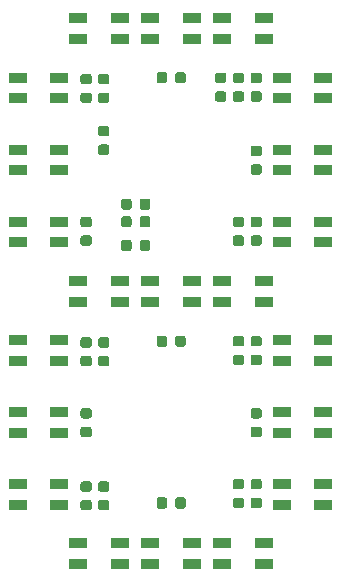
<source format=gbr>
G04 #@! TF.GenerationSoftware,KiCad,Pcbnew,(5.0.1)-4*
G04 #@! TF.CreationDate,2019-08-10T21:26:31+02:00*
G04 #@! TF.ProjectId,7segment_mini_module,377365676D656E745F6D696E695F6D6F,rev?*
G04 #@! TF.SameCoordinates,Original*
G04 #@! TF.FileFunction,Paste,Top*
G04 #@! TF.FilePolarity,Positive*
%FSLAX46Y46*%
G04 Gerber Fmt 4.6, Leading zero omitted, Abs format (unit mm)*
G04 Created by KiCad (PCBNEW (5.0.1)-4) date 10-08-2019 21:26:31*
%MOMM*%
%LPD*%
G01*
G04 APERTURE LIST*
%ADD10C,0.100000*%
%ADD11C,0.875000*%
%ADD12R,1.600000X0.850000*%
G04 APERTURE END LIST*
D10*
G04 #@! TO.C,C1*
G36*
X85977691Y-77051053D02*
X85998926Y-77054203D01*
X86019750Y-77059419D01*
X86039962Y-77066651D01*
X86059368Y-77075830D01*
X86077781Y-77086866D01*
X86095024Y-77099654D01*
X86110930Y-77114070D01*
X86125346Y-77129976D01*
X86138134Y-77147219D01*
X86149170Y-77165632D01*
X86158349Y-77185038D01*
X86165581Y-77205250D01*
X86170797Y-77226074D01*
X86173947Y-77247309D01*
X86175000Y-77268750D01*
X86175000Y-77706250D01*
X86173947Y-77727691D01*
X86170797Y-77748926D01*
X86165581Y-77769750D01*
X86158349Y-77789962D01*
X86149170Y-77809368D01*
X86138134Y-77827781D01*
X86125346Y-77845024D01*
X86110930Y-77860930D01*
X86095024Y-77875346D01*
X86077781Y-77888134D01*
X86059368Y-77899170D01*
X86039962Y-77908349D01*
X86019750Y-77915581D01*
X85998926Y-77920797D01*
X85977691Y-77923947D01*
X85956250Y-77925000D01*
X85443750Y-77925000D01*
X85422309Y-77923947D01*
X85401074Y-77920797D01*
X85380250Y-77915581D01*
X85360038Y-77908349D01*
X85340632Y-77899170D01*
X85322219Y-77888134D01*
X85304976Y-77875346D01*
X85289070Y-77860930D01*
X85274654Y-77845024D01*
X85261866Y-77827781D01*
X85250830Y-77809368D01*
X85241651Y-77789962D01*
X85234419Y-77769750D01*
X85229203Y-77748926D01*
X85226053Y-77727691D01*
X85225000Y-77706250D01*
X85225000Y-77268750D01*
X85226053Y-77247309D01*
X85229203Y-77226074D01*
X85234419Y-77205250D01*
X85241651Y-77185038D01*
X85250830Y-77165632D01*
X85261866Y-77147219D01*
X85274654Y-77129976D01*
X85289070Y-77114070D01*
X85304976Y-77099654D01*
X85322219Y-77086866D01*
X85340632Y-77075830D01*
X85360038Y-77066651D01*
X85380250Y-77059419D01*
X85401074Y-77054203D01*
X85422309Y-77051053D01*
X85443750Y-77050000D01*
X85956250Y-77050000D01*
X85977691Y-77051053D01*
X85977691Y-77051053D01*
G37*
D11*
X85700000Y-77487500D03*
D10*
G36*
X85977691Y-75476053D02*
X85998926Y-75479203D01*
X86019750Y-75484419D01*
X86039962Y-75491651D01*
X86059368Y-75500830D01*
X86077781Y-75511866D01*
X86095024Y-75524654D01*
X86110930Y-75539070D01*
X86125346Y-75554976D01*
X86138134Y-75572219D01*
X86149170Y-75590632D01*
X86158349Y-75610038D01*
X86165581Y-75630250D01*
X86170797Y-75651074D01*
X86173947Y-75672309D01*
X86175000Y-75693750D01*
X86175000Y-76131250D01*
X86173947Y-76152691D01*
X86170797Y-76173926D01*
X86165581Y-76194750D01*
X86158349Y-76214962D01*
X86149170Y-76234368D01*
X86138134Y-76252781D01*
X86125346Y-76270024D01*
X86110930Y-76285930D01*
X86095024Y-76300346D01*
X86077781Y-76313134D01*
X86059368Y-76324170D01*
X86039962Y-76333349D01*
X86019750Y-76340581D01*
X85998926Y-76345797D01*
X85977691Y-76348947D01*
X85956250Y-76350000D01*
X85443750Y-76350000D01*
X85422309Y-76348947D01*
X85401074Y-76345797D01*
X85380250Y-76340581D01*
X85360038Y-76333349D01*
X85340632Y-76324170D01*
X85322219Y-76313134D01*
X85304976Y-76300346D01*
X85289070Y-76285930D01*
X85274654Y-76270024D01*
X85261866Y-76252781D01*
X85250830Y-76234368D01*
X85241651Y-76214962D01*
X85234419Y-76194750D01*
X85229203Y-76173926D01*
X85226053Y-76152691D01*
X85225000Y-76131250D01*
X85225000Y-75693750D01*
X85226053Y-75672309D01*
X85229203Y-75651074D01*
X85234419Y-75630250D01*
X85241651Y-75610038D01*
X85250830Y-75590632D01*
X85261866Y-75572219D01*
X85274654Y-75554976D01*
X85289070Y-75539070D01*
X85304976Y-75524654D01*
X85322219Y-75511866D01*
X85340632Y-75500830D01*
X85360038Y-75491651D01*
X85380250Y-75484419D01*
X85401074Y-75479203D01*
X85422309Y-75476053D01*
X85443750Y-75475000D01*
X85956250Y-75475000D01*
X85977691Y-75476053D01*
X85977691Y-75476053D01*
G37*
D11*
X85700000Y-75912500D03*
G04 #@! TD*
D10*
G04 #@! TO.C,C2*
G36*
X92427691Y-75326053D02*
X92448926Y-75329203D01*
X92469750Y-75334419D01*
X92489962Y-75341651D01*
X92509368Y-75350830D01*
X92527781Y-75361866D01*
X92545024Y-75374654D01*
X92560930Y-75389070D01*
X92575346Y-75404976D01*
X92588134Y-75422219D01*
X92599170Y-75440632D01*
X92608349Y-75460038D01*
X92615581Y-75480250D01*
X92620797Y-75501074D01*
X92623947Y-75522309D01*
X92625000Y-75543750D01*
X92625000Y-76056250D01*
X92623947Y-76077691D01*
X92620797Y-76098926D01*
X92615581Y-76119750D01*
X92608349Y-76139962D01*
X92599170Y-76159368D01*
X92588134Y-76177781D01*
X92575346Y-76195024D01*
X92560930Y-76210930D01*
X92545024Y-76225346D01*
X92527781Y-76238134D01*
X92509368Y-76249170D01*
X92489962Y-76258349D01*
X92469750Y-76265581D01*
X92448926Y-76270797D01*
X92427691Y-76273947D01*
X92406250Y-76275000D01*
X91968750Y-76275000D01*
X91947309Y-76273947D01*
X91926074Y-76270797D01*
X91905250Y-76265581D01*
X91885038Y-76258349D01*
X91865632Y-76249170D01*
X91847219Y-76238134D01*
X91829976Y-76225346D01*
X91814070Y-76210930D01*
X91799654Y-76195024D01*
X91786866Y-76177781D01*
X91775830Y-76159368D01*
X91766651Y-76139962D01*
X91759419Y-76119750D01*
X91754203Y-76098926D01*
X91751053Y-76077691D01*
X91750000Y-76056250D01*
X91750000Y-75543750D01*
X91751053Y-75522309D01*
X91754203Y-75501074D01*
X91759419Y-75480250D01*
X91766651Y-75460038D01*
X91775830Y-75440632D01*
X91786866Y-75422219D01*
X91799654Y-75404976D01*
X91814070Y-75389070D01*
X91829976Y-75374654D01*
X91847219Y-75361866D01*
X91865632Y-75350830D01*
X91885038Y-75341651D01*
X91905250Y-75334419D01*
X91926074Y-75329203D01*
X91947309Y-75326053D01*
X91968750Y-75325000D01*
X92406250Y-75325000D01*
X92427691Y-75326053D01*
X92427691Y-75326053D01*
G37*
D11*
X92187500Y-75800000D03*
D10*
G36*
X90852691Y-75326053D02*
X90873926Y-75329203D01*
X90894750Y-75334419D01*
X90914962Y-75341651D01*
X90934368Y-75350830D01*
X90952781Y-75361866D01*
X90970024Y-75374654D01*
X90985930Y-75389070D01*
X91000346Y-75404976D01*
X91013134Y-75422219D01*
X91024170Y-75440632D01*
X91033349Y-75460038D01*
X91040581Y-75480250D01*
X91045797Y-75501074D01*
X91048947Y-75522309D01*
X91050000Y-75543750D01*
X91050000Y-76056250D01*
X91048947Y-76077691D01*
X91045797Y-76098926D01*
X91040581Y-76119750D01*
X91033349Y-76139962D01*
X91024170Y-76159368D01*
X91013134Y-76177781D01*
X91000346Y-76195024D01*
X90985930Y-76210930D01*
X90970024Y-76225346D01*
X90952781Y-76238134D01*
X90934368Y-76249170D01*
X90914962Y-76258349D01*
X90894750Y-76265581D01*
X90873926Y-76270797D01*
X90852691Y-76273947D01*
X90831250Y-76275000D01*
X90393750Y-76275000D01*
X90372309Y-76273947D01*
X90351074Y-76270797D01*
X90330250Y-76265581D01*
X90310038Y-76258349D01*
X90290632Y-76249170D01*
X90272219Y-76238134D01*
X90254976Y-76225346D01*
X90239070Y-76210930D01*
X90224654Y-76195024D01*
X90211866Y-76177781D01*
X90200830Y-76159368D01*
X90191651Y-76139962D01*
X90184419Y-76119750D01*
X90179203Y-76098926D01*
X90176053Y-76077691D01*
X90175000Y-76056250D01*
X90175000Y-75543750D01*
X90176053Y-75522309D01*
X90179203Y-75501074D01*
X90184419Y-75480250D01*
X90191651Y-75460038D01*
X90200830Y-75440632D01*
X90211866Y-75422219D01*
X90224654Y-75404976D01*
X90239070Y-75389070D01*
X90254976Y-75374654D01*
X90272219Y-75361866D01*
X90290632Y-75350830D01*
X90310038Y-75341651D01*
X90330250Y-75334419D01*
X90351074Y-75329203D01*
X90372309Y-75326053D01*
X90393750Y-75325000D01*
X90831250Y-75325000D01*
X90852691Y-75326053D01*
X90852691Y-75326053D01*
G37*
D11*
X90612500Y-75800000D03*
G04 #@! TD*
D10*
G04 #@! TO.C,C3*
G36*
X97377691Y-76951053D02*
X97398926Y-76954203D01*
X97419750Y-76959419D01*
X97439962Y-76966651D01*
X97459368Y-76975830D01*
X97477781Y-76986866D01*
X97495024Y-76999654D01*
X97510930Y-77014070D01*
X97525346Y-77029976D01*
X97538134Y-77047219D01*
X97549170Y-77065632D01*
X97558349Y-77085038D01*
X97565581Y-77105250D01*
X97570797Y-77126074D01*
X97573947Y-77147309D01*
X97575000Y-77168750D01*
X97575000Y-77606250D01*
X97573947Y-77627691D01*
X97570797Y-77648926D01*
X97565581Y-77669750D01*
X97558349Y-77689962D01*
X97549170Y-77709368D01*
X97538134Y-77727781D01*
X97525346Y-77745024D01*
X97510930Y-77760930D01*
X97495024Y-77775346D01*
X97477781Y-77788134D01*
X97459368Y-77799170D01*
X97439962Y-77808349D01*
X97419750Y-77815581D01*
X97398926Y-77820797D01*
X97377691Y-77823947D01*
X97356250Y-77825000D01*
X96843750Y-77825000D01*
X96822309Y-77823947D01*
X96801074Y-77820797D01*
X96780250Y-77815581D01*
X96760038Y-77808349D01*
X96740632Y-77799170D01*
X96722219Y-77788134D01*
X96704976Y-77775346D01*
X96689070Y-77760930D01*
X96674654Y-77745024D01*
X96661866Y-77727781D01*
X96650830Y-77709368D01*
X96641651Y-77689962D01*
X96634419Y-77669750D01*
X96629203Y-77648926D01*
X96626053Y-77627691D01*
X96625000Y-77606250D01*
X96625000Y-77168750D01*
X96626053Y-77147309D01*
X96629203Y-77126074D01*
X96634419Y-77105250D01*
X96641651Y-77085038D01*
X96650830Y-77065632D01*
X96661866Y-77047219D01*
X96674654Y-77029976D01*
X96689070Y-77014070D01*
X96704976Y-76999654D01*
X96722219Y-76986866D01*
X96740632Y-76975830D01*
X96760038Y-76966651D01*
X96780250Y-76959419D01*
X96801074Y-76954203D01*
X96822309Y-76951053D01*
X96843750Y-76950000D01*
X97356250Y-76950000D01*
X97377691Y-76951053D01*
X97377691Y-76951053D01*
G37*
D11*
X97100000Y-77387500D03*
D10*
G36*
X97377691Y-75376053D02*
X97398926Y-75379203D01*
X97419750Y-75384419D01*
X97439962Y-75391651D01*
X97459368Y-75400830D01*
X97477781Y-75411866D01*
X97495024Y-75424654D01*
X97510930Y-75439070D01*
X97525346Y-75454976D01*
X97538134Y-75472219D01*
X97549170Y-75490632D01*
X97558349Y-75510038D01*
X97565581Y-75530250D01*
X97570797Y-75551074D01*
X97573947Y-75572309D01*
X97575000Y-75593750D01*
X97575000Y-76031250D01*
X97573947Y-76052691D01*
X97570797Y-76073926D01*
X97565581Y-76094750D01*
X97558349Y-76114962D01*
X97549170Y-76134368D01*
X97538134Y-76152781D01*
X97525346Y-76170024D01*
X97510930Y-76185930D01*
X97495024Y-76200346D01*
X97477781Y-76213134D01*
X97459368Y-76224170D01*
X97439962Y-76233349D01*
X97419750Y-76240581D01*
X97398926Y-76245797D01*
X97377691Y-76248947D01*
X97356250Y-76250000D01*
X96843750Y-76250000D01*
X96822309Y-76248947D01*
X96801074Y-76245797D01*
X96780250Y-76240581D01*
X96760038Y-76233349D01*
X96740632Y-76224170D01*
X96722219Y-76213134D01*
X96704976Y-76200346D01*
X96689070Y-76185930D01*
X96674654Y-76170024D01*
X96661866Y-76152781D01*
X96650830Y-76134368D01*
X96641651Y-76114962D01*
X96634419Y-76094750D01*
X96629203Y-76073926D01*
X96626053Y-76052691D01*
X96625000Y-76031250D01*
X96625000Y-75593750D01*
X96626053Y-75572309D01*
X96629203Y-75551074D01*
X96634419Y-75530250D01*
X96641651Y-75510038D01*
X96650830Y-75490632D01*
X96661866Y-75472219D01*
X96674654Y-75454976D01*
X96689070Y-75439070D01*
X96704976Y-75424654D01*
X96722219Y-75411866D01*
X96740632Y-75400830D01*
X96760038Y-75391651D01*
X96780250Y-75384419D01*
X96801074Y-75379203D01*
X96822309Y-75376053D01*
X96843750Y-75375000D01*
X97356250Y-75375000D01*
X97377691Y-75376053D01*
X97377691Y-75376053D01*
G37*
D11*
X97100000Y-75812500D03*
G04 #@! TD*
D10*
G04 #@! TO.C,C4*
G36*
X98877691Y-75376053D02*
X98898926Y-75379203D01*
X98919750Y-75384419D01*
X98939962Y-75391651D01*
X98959368Y-75400830D01*
X98977781Y-75411866D01*
X98995024Y-75424654D01*
X99010930Y-75439070D01*
X99025346Y-75454976D01*
X99038134Y-75472219D01*
X99049170Y-75490632D01*
X99058349Y-75510038D01*
X99065581Y-75530250D01*
X99070797Y-75551074D01*
X99073947Y-75572309D01*
X99075000Y-75593750D01*
X99075000Y-76031250D01*
X99073947Y-76052691D01*
X99070797Y-76073926D01*
X99065581Y-76094750D01*
X99058349Y-76114962D01*
X99049170Y-76134368D01*
X99038134Y-76152781D01*
X99025346Y-76170024D01*
X99010930Y-76185930D01*
X98995024Y-76200346D01*
X98977781Y-76213134D01*
X98959368Y-76224170D01*
X98939962Y-76233349D01*
X98919750Y-76240581D01*
X98898926Y-76245797D01*
X98877691Y-76248947D01*
X98856250Y-76250000D01*
X98343750Y-76250000D01*
X98322309Y-76248947D01*
X98301074Y-76245797D01*
X98280250Y-76240581D01*
X98260038Y-76233349D01*
X98240632Y-76224170D01*
X98222219Y-76213134D01*
X98204976Y-76200346D01*
X98189070Y-76185930D01*
X98174654Y-76170024D01*
X98161866Y-76152781D01*
X98150830Y-76134368D01*
X98141651Y-76114962D01*
X98134419Y-76094750D01*
X98129203Y-76073926D01*
X98126053Y-76052691D01*
X98125000Y-76031250D01*
X98125000Y-75593750D01*
X98126053Y-75572309D01*
X98129203Y-75551074D01*
X98134419Y-75530250D01*
X98141651Y-75510038D01*
X98150830Y-75490632D01*
X98161866Y-75472219D01*
X98174654Y-75454976D01*
X98189070Y-75439070D01*
X98204976Y-75424654D01*
X98222219Y-75411866D01*
X98240632Y-75400830D01*
X98260038Y-75391651D01*
X98280250Y-75384419D01*
X98301074Y-75379203D01*
X98322309Y-75376053D01*
X98343750Y-75375000D01*
X98856250Y-75375000D01*
X98877691Y-75376053D01*
X98877691Y-75376053D01*
G37*
D11*
X98600000Y-75812500D03*
D10*
G36*
X98877691Y-76951053D02*
X98898926Y-76954203D01*
X98919750Y-76959419D01*
X98939962Y-76966651D01*
X98959368Y-76975830D01*
X98977781Y-76986866D01*
X98995024Y-76999654D01*
X99010930Y-77014070D01*
X99025346Y-77029976D01*
X99038134Y-77047219D01*
X99049170Y-77065632D01*
X99058349Y-77085038D01*
X99065581Y-77105250D01*
X99070797Y-77126074D01*
X99073947Y-77147309D01*
X99075000Y-77168750D01*
X99075000Y-77606250D01*
X99073947Y-77627691D01*
X99070797Y-77648926D01*
X99065581Y-77669750D01*
X99058349Y-77689962D01*
X99049170Y-77709368D01*
X99038134Y-77727781D01*
X99025346Y-77745024D01*
X99010930Y-77760930D01*
X98995024Y-77775346D01*
X98977781Y-77788134D01*
X98959368Y-77799170D01*
X98939962Y-77808349D01*
X98919750Y-77815581D01*
X98898926Y-77820797D01*
X98877691Y-77823947D01*
X98856250Y-77825000D01*
X98343750Y-77825000D01*
X98322309Y-77823947D01*
X98301074Y-77820797D01*
X98280250Y-77815581D01*
X98260038Y-77808349D01*
X98240632Y-77799170D01*
X98222219Y-77788134D01*
X98204976Y-77775346D01*
X98189070Y-77760930D01*
X98174654Y-77745024D01*
X98161866Y-77727781D01*
X98150830Y-77709368D01*
X98141651Y-77689962D01*
X98134419Y-77669750D01*
X98129203Y-77648926D01*
X98126053Y-77627691D01*
X98125000Y-77606250D01*
X98125000Y-77168750D01*
X98126053Y-77147309D01*
X98129203Y-77126074D01*
X98134419Y-77105250D01*
X98141651Y-77085038D01*
X98150830Y-77065632D01*
X98161866Y-77047219D01*
X98174654Y-77029976D01*
X98189070Y-77014070D01*
X98204976Y-76999654D01*
X98222219Y-76986866D01*
X98240632Y-76975830D01*
X98260038Y-76966651D01*
X98280250Y-76959419D01*
X98301074Y-76954203D01*
X98322309Y-76951053D01*
X98343750Y-76950000D01*
X98856250Y-76950000D01*
X98877691Y-76951053D01*
X98877691Y-76951053D01*
G37*
D11*
X98600000Y-77387500D03*
G04 #@! TD*
D10*
G04 #@! TO.C,C5*
G36*
X98877691Y-83138553D02*
X98898926Y-83141703D01*
X98919750Y-83146919D01*
X98939962Y-83154151D01*
X98959368Y-83163330D01*
X98977781Y-83174366D01*
X98995024Y-83187154D01*
X99010930Y-83201570D01*
X99025346Y-83217476D01*
X99038134Y-83234719D01*
X99049170Y-83253132D01*
X99058349Y-83272538D01*
X99065581Y-83292750D01*
X99070797Y-83313574D01*
X99073947Y-83334809D01*
X99075000Y-83356250D01*
X99075000Y-83793750D01*
X99073947Y-83815191D01*
X99070797Y-83836426D01*
X99065581Y-83857250D01*
X99058349Y-83877462D01*
X99049170Y-83896868D01*
X99038134Y-83915281D01*
X99025346Y-83932524D01*
X99010930Y-83948430D01*
X98995024Y-83962846D01*
X98977781Y-83975634D01*
X98959368Y-83986670D01*
X98939962Y-83995849D01*
X98919750Y-84003081D01*
X98898926Y-84008297D01*
X98877691Y-84011447D01*
X98856250Y-84012500D01*
X98343750Y-84012500D01*
X98322309Y-84011447D01*
X98301074Y-84008297D01*
X98280250Y-84003081D01*
X98260038Y-83995849D01*
X98240632Y-83986670D01*
X98222219Y-83975634D01*
X98204976Y-83962846D01*
X98189070Y-83948430D01*
X98174654Y-83932524D01*
X98161866Y-83915281D01*
X98150830Y-83896868D01*
X98141651Y-83877462D01*
X98134419Y-83857250D01*
X98129203Y-83836426D01*
X98126053Y-83815191D01*
X98125000Y-83793750D01*
X98125000Y-83356250D01*
X98126053Y-83334809D01*
X98129203Y-83313574D01*
X98134419Y-83292750D01*
X98141651Y-83272538D01*
X98150830Y-83253132D01*
X98161866Y-83234719D01*
X98174654Y-83217476D01*
X98189070Y-83201570D01*
X98204976Y-83187154D01*
X98222219Y-83174366D01*
X98240632Y-83163330D01*
X98260038Y-83154151D01*
X98280250Y-83146919D01*
X98301074Y-83141703D01*
X98322309Y-83138553D01*
X98343750Y-83137500D01*
X98856250Y-83137500D01*
X98877691Y-83138553D01*
X98877691Y-83138553D01*
G37*
D11*
X98600000Y-83575000D03*
D10*
G36*
X98877691Y-81563553D02*
X98898926Y-81566703D01*
X98919750Y-81571919D01*
X98939962Y-81579151D01*
X98959368Y-81588330D01*
X98977781Y-81599366D01*
X98995024Y-81612154D01*
X99010930Y-81626570D01*
X99025346Y-81642476D01*
X99038134Y-81659719D01*
X99049170Y-81678132D01*
X99058349Y-81697538D01*
X99065581Y-81717750D01*
X99070797Y-81738574D01*
X99073947Y-81759809D01*
X99075000Y-81781250D01*
X99075000Y-82218750D01*
X99073947Y-82240191D01*
X99070797Y-82261426D01*
X99065581Y-82282250D01*
X99058349Y-82302462D01*
X99049170Y-82321868D01*
X99038134Y-82340281D01*
X99025346Y-82357524D01*
X99010930Y-82373430D01*
X98995024Y-82387846D01*
X98977781Y-82400634D01*
X98959368Y-82411670D01*
X98939962Y-82420849D01*
X98919750Y-82428081D01*
X98898926Y-82433297D01*
X98877691Y-82436447D01*
X98856250Y-82437500D01*
X98343750Y-82437500D01*
X98322309Y-82436447D01*
X98301074Y-82433297D01*
X98280250Y-82428081D01*
X98260038Y-82420849D01*
X98240632Y-82411670D01*
X98222219Y-82400634D01*
X98204976Y-82387846D01*
X98189070Y-82373430D01*
X98174654Y-82357524D01*
X98161866Y-82340281D01*
X98150830Y-82321868D01*
X98141651Y-82302462D01*
X98134419Y-82282250D01*
X98129203Y-82261426D01*
X98126053Y-82240191D01*
X98125000Y-82218750D01*
X98125000Y-81781250D01*
X98126053Y-81759809D01*
X98129203Y-81738574D01*
X98134419Y-81717750D01*
X98141651Y-81697538D01*
X98150830Y-81678132D01*
X98161866Y-81659719D01*
X98174654Y-81642476D01*
X98189070Y-81626570D01*
X98204976Y-81612154D01*
X98222219Y-81599366D01*
X98240632Y-81588330D01*
X98260038Y-81579151D01*
X98280250Y-81571919D01*
X98301074Y-81566703D01*
X98322309Y-81563553D01*
X98343750Y-81562500D01*
X98856250Y-81562500D01*
X98877691Y-81563553D01*
X98877691Y-81563553D01*
G37*
D11*
X98600000Y-82000000D03*
G04 #@! TD*
D10*
G04 #@! TO.C,C6*
G36*
X98877691Y-87576053D02*
X98898926Y-87579203D01*
X98919750Y-87584419D01*
X98939962Y-87591651D01*
X98959368Y-87600830D01*
X98977781Y-87611866D01*
X98995024Y-87624654D01*
X99010930Y-87639070D01*
X99025346Y-87654976D01*
X99038134Y-87672219D01*
X99049170Y-87690632D01*
X99058349Y-87710038D01*
X99065581Y-87730250D01*
X99070797Y-87751074D01*
X99073947Y-87772309D01*
X99075000Y-87793750D01*
X99075000Y-88231250D01*
X99073947Y-88252691D01*
X99070797Y-88273926D01*
X99065581Y-88294750D01*
X99058349Y-88314962D01*
X99049170Y-88334368D01*
X99038134Y-88352781D01*
X99025346Y-88370024D01*
X99010930Y-88385930D01*
X98995024Y-88400346D01*
X98977781Y-88413134D01*
X98959368Y-88424170D01*
X98939962Y-88433349D01*
X98919750Y-88440581D01*
X98898926Y-88445797D01*
X98877691Y-88448947D01*
X98856250Y-88450000D01*
X98343750Y-88450000D01*
X98322309Y-88448947D01*
X98301074Y-88445797D01*
X98280250Y-88440581D01*
X98260038Y-88433349D01*
X98240632Y-88424170D01*
X98222219Y-88413134D01*
X98204976Y-88400346D01*
X98189070Y-88385930D01*
X98174654Y-88370024D01*
X98161866Y-88352781D01*
X98150830Y-88334368D01*
X98141651Y-88314962D01*
X98134419Y-88294750D01*
X98129203Y-88273926D01*
X98126053Y-88252691D01*
X98125000Y-88231250D01*
X98125000Y-87793750D01*
X98126053Y-87772309D01*
X98129203Y-87751074D01*
X98134419Y-87730250D01*
X98141651Y-87710038D01*
X98150830Y-87690632D01*
X98161866Y-87672219D01*
X98174654Y-87654976D01*
X98189070Y-87639070D01*
X98204976Y-87624654D01*
X98222219Y-87611866D01*
X98240632Y-87600830D01*
X98260038Y-87591651D01*
X98280250Y-87584419D01*
X98301074Y-87579203D01*
X98322309Y-87576053D01*
X98343750Y-87575000D01*
X98856250Y-87575000D01*
X98877691Y-87576053D01*
X98877691Y-87576053D01*
G37*
D11*
X98600000Y-88012500D03*
D10*
G36*
X98877691Y-89151053D02*
X98898926Y-89154203D01*
X98919750Y-89159419D01*
X98939962Y-89166651D01*
X98959368Y-89175830D01*
X98977781Y-89186866D01*
X98995024Y-89199654D01*
X99010930Y-89214070D01*
X99025346Y-89229976D01*
X99038134Y-89247219D01*
X99049170Y-89265632D01*
X99058349Y-89285038D01*
X99065581Y-89305250D01*
X99070797Y-89326074D01*
X99073947Y-89347309D01*
X99075000Y-89368750D01*
X99075000Y-89806250D01*
X99073947Y-89827691D01*
X99070797Y-89848926D01*
X99065581Y-89869750D01*
X99058349Y-89889962D01*
X99049170Y-89909368D01*
X99038134Y-89927781D01*
X99025346Y-89945024D01*
X99010930Y-89960930D01*
X98995024Y-89975346D01*
X98977781Y-89988134D01*
X98959368Y-89999170D01*
X98939962Y-90008349D01*
X98919750Y-90015581D01*
X98898926Y-90020797D01*
X98877691Y-90023947D01*
X98856250Y-90025000D01*
X98343750Y-90025000D01*
X98322309Y-90023947D01*
X98301074Y-90020797D01*
X98280250Y-90015581D01*
X98260038Y-90008349D01*
X98240632Y-89999170D01*
X98222219Y-89988134D01*
X98204976Y-89975346D01*
X98189070Y-89960930D01*
X98174654Y-89945024D01*
X98161866Y-89927781D01*
X98150830Y-89909368D01*
X98141651Y-89889962D01*
X98134419Y-89869750D01*
X98129203Y-89848926D01*
X98126053Y-89827691D01*
X98125000Y-89806250D01*
X98125000Y-89368750D01*
X98126053Y-89347309D01*
X98129203Y-89326074D01*
X98134419Y-89305250D01*
X98141651Y-89285038D01*
X98150830Y-89265632D01*
X98161866Y-89247219D01*
X98174654Y-89229976D01*
X98189070Y-89214070D01*
X98204976Y-89199654D01*
X98222219Y-89186866D01*
X98240632Y-89175830D01*
X98260038Y-89166651D01*
X98280250Y-89159419D01*
X98301074Y-89154203D01*
X98322309Y-89151053D01*
X98343750Y-89150000D01*
X98856250Y-89150000D01*
X98877691Y-89151053D01*
X98877691Y-89151053D01*
G37*
D11*
X98600000Y-89587500D03*
G04 #@! TD*
D10*
G04 #@! TO.C,C7*
G36*
X98877691Y-99251053D02*
X98898926Y-99254203D01*
X98919750Y-99259419D01*
X98939962Y-99266651D01*
X98959368Y-99275830D01*
X98977781Y-99286866D01*
X98995024Y-99299654D01*
X99010930Y-99314070D01*
X99025346Y-99329976D01*
X99038134Y-99347219D01*
X99049170Y-99365632D01*
X99058349Y-99385038D01*
X99065581Y-99405250D01*
X99070797Y-99426074D01*
X99073947Y-99447309D01*
X99075000Y-99468750D01*
X99075000Y-99906250D01*
X99073947Y-99927691D01*
X99070797Y-99948926D01*
X99065581Y-99969750D01*
X99058349Y-99989962D01*
X99049170Y-100009368D01*
X99038134Y-100027781D01*
X99025346Y-100045024D01*
X99010930Y-100060930D01*
X98995024Y-100075346D01*
X98977781Y-100088134D01*
X98959368Y-100099170D01*
X98939962Y-100108349D01*
X98919750Y-100115581D01*
X98898926Y-100120797D01*
X98877691Y-100123947D01*
X98856250Y-100125000D01*
X98343750Y-100125000D01*
X98322309Y-100123947D01*
X98301074Y-100120797D01*
X98280250Y-100115581D01*
X98260038Y-100108349D01*
X98240632Y-100099170D01*
X98222219Y-100088134D01*
X98204976Y-100075346D01*
X98189070Y-100060930D01*
X98174654Y-100045024D01*
X98161866Y-100027781D01*
X98150830Y-100009368D01*
X98141651Y-99989962D01*
X98134419Y-99969750D01*
X98129203Y-99948926D01*
X98126053Y-99927691D01*
X98125000Y-99906250D01*
X98125000Y-99468750D01*
X98126053Y-99447309D01*
X98129203Y-99426074D01*
X98134419Y-99405250D01*
X98141651Y-99385038D01*
X98150830Y-99365632D01*
X98161866Y-99347219D01*
X98174654Y-99329976D01*
X98189070Y-99314070D01*
X98204976Y-99299654D01*
X98222219Y-99286866D01*
X98240632Y-99275830D01*
X98260038Y-99266651D01*
X98280250Y-99259419D01*
X98301074Y-99254203D01*
X98322309Y-99251053D01*
X98343750Y-99250000D01*
X98856250Y-99250000D01*
X98877691Y-99251053D01*
X98877691Y-99251053D01*
G37*
D11*
X98600000Y-99687500D03*
D10*
G36*
X98877691Y-97676053D02*
X98898926Y-97679203D01*
X98919750Y-97684419D01*
X98939962Y-97691651D01*
X98959368Y-97700830D01*
X98977781Y-97711866D01*
X98995024Y-97724654D01*
X99010930Y-97739070D01*
X99025346Y-97754976D01*
X99038134Y-97772219D01*
X99049170Y-97790632D01*
X99058349Y-97810038D01*
X99065581Y-97830250D01*
X99070797Y-97851074D01*
X99073947Y-97872309D01*
X99075000Y-97893750D01*
X99075000Y-98331250D01*
X99073947Y-98352691D01*
X99070797Y-98373926D01*
X99065581Y-98394750D01*
X99058349Y-98414962D01*
X99049170Y-98434368D01*
X99038134Y-98452781D01*
X99025346Y-98470024D01*
X99010930Y-98485930D01*
X98995024Y-98500346D01*
X98977781Y-98513134D01*
X98959368Y-98524170D01*
X98939962Y-98533349D01*
X98919750Y-98540581D01*
X98898926Y-98545797D01*
X98877691Y-98548947D01*
X98856250Y-98550000D01*
X98343750Y-98550000D01*
X98322309Y-98548947D01*
X98301074Y-98545797D01*
X98280250Y-98540581D01*
X98260038Y-98533349D01*
X98240632Y-98524170D01*
X98222219Y-98513134D01*
X98204976Y-98500346D01*
X98189070Y-98485930D01*
X98174654Y-98470024D01*
X98161866Y-98452781D01*
X98150830Y-98434368D01*
X98141651Y-98414962D01*
X98134419Y-98394750D01*
X98129203Y-98373926D01*
X98126053Y-98352691D01*
X98125000Y-98331250D01*
X98125000Y-97893750D01*
X98126053Y-97872309D01*
X98129203Y-97851074D01*
X98134419Y-97830250D01*
X98141651Y-97810038D01*
X98150830Y-97790632D01*
X98161866Y-97772219D01*
X98174654Y-97754976D01*
X98189070Y-97739070D01*
X98204976Y-97724654D01*
X98222219Y-97711866D01*
X98240632Y-97700830D01*
X98260038Y-97691651D01*
X98280250Y-97684419D01*
X98301074Y-97679203D01*
X98322309Y-97676053D01*
X98343750Y-97675000D01*
X98856250Y-97675000D01*
X98877691Y-97676053D01*
X98877691Y-97676053D01*
G37*
D11*
X98600000Y-98112500D03*
G04 #@! TD*
D10*
G04 #@! TO.C,C8*
G36*
X98877691Y-103776053D02*
X98898926Y-103779203D01*
X98919750Y-103784419D01*
X98939962Y-103791651D01*
X98959368Y-103800830D01*
X98977781Y-103811866D01*
X98995024Y-103824654D01*
X99010930Y-103839070D01*
X99025346Y-103854976D01*
X99038134Y-103872219D01*
X99049170Y-103890632D01*
X99058349Y-103910038D01*
X99065581Y-103930250D01*
X99070797Y-103951074D01*
X99073947Y-103972309D01*
X99075000Y-103993750D01*
X99075000Y-104431250D01*
X99073947Y-104452691D01*
X99070797Y-104473926D01*
X99065581Y-104494750D01*
X99058349Y-104514962D01*
X99049170Y-104534368D01*
X99038134Y-104552781D01*
X99025346Y-104570024D01*
X99010930Y-104585930D01*
X98995024Y-104600346D01*
X98977781Y-104613134D01*
X98959368Y-104624170D01*
X98939962Y-104633349D01*
X98919750Y-104640581D01*
X98898926Y-104645797D01*
X98877691Y-104648947D01*
X98856250Y-104650000D01*
X98343750Y-104650000D01*
X98322309Y-104648947D01*
X98301074Y-104645797D01*
X98280250Y-104640581D01*
X98260038Y-104633349D01*
X98240632Y-104624170D01*
X98222219Y-104613134D01*
X98204976Y-104600346D01*
X98189070Y-104585930D01*
X98174654Y-104570024D01*
X98161866Y-104552781D01*
X98150830Y-104534368D01*
X98141651Y-104514962D01*
X98134419Y-104494750D01*
X98129203Y-104473926D01*
X98126053Y-104452691D01*
X98125000Y-104431250D01*
X98125000Y-103993750D01*
X98126053Y-103972309D01*
X98129203Y-103951074D01*
X98134419Y-103930250D01*
X98141651Y-103910038D01*
X98150830Y-103890632D01*
X98161866Y-103872219D01*
X98174654Y-103854976D01*
X98189070Y-103839070D01*
X98204976Y-103824654D01*
X98222219Y-103811866D01*
X98240632Y-103800830D01*
X98260038Y-103791651D01*
X98280250Y-103784419D01*
X98301074Y-103779203D01*
X98322309Y-103776053D01*
X98343750Y-103775000D01*
X98856250Y-103775000D01*
X98877691Y-103776053D01*
X98877691Y-103776053D01*
G37*
D11*
X98600000Y-104212500D03*
D10*
G36*
X98877691Y-105351053D02*
X98898926Y-105354203D01*
X98919750Y-105359419D01*
X98939962Y-105366651D01*
X98959368Y-105375830D01*
X98977781Y-105386866D01*
X98995024Y-105399654D01*
X99010930Y-105414070D01*
X99025346Y-105429976D01*
X99038134Y-105447219D01*
X99049170Y-105465632D01*
X99058349Y-105485038D01*
X99065581Y-105505250D01*
X99070797Y-105526074D01*
X99073947Y-105547309D01*
X99075000Y-105568750D01*
X99075000Y-106006250D01*
X99073947Y-106027691D01*
X99070797Y-106048926D01*
X99065581Y-106069750D01*
X99058349Y-106089962D01*
X99049170Y-106109368D01*
X99038134Y-106127781D01*
X99025346Y-106145024D01*
X99010930Y-106160930D01*
X98995024Y-106175346D01*
X98977781Y-106188134D01*
X98959368Y-106199170D01*
X98939962Y-106208349D01*
X98919750Y-106215581D01*
X98898926Y-106220797D01*
X98877691Y-106223947D01*
X98856250Y-106225000D01*
X98343750Y-106225000D01*
X98322309Y-106223947D01*
X98301074Y-106220797D01*
X98280250Y-106215581D01*
X98260038Y-106208349D01*
X98240632Y-106199170D01*
X98222219Y-106188134D01*
X98204976Y-106175346D01*
X98189070Y-106160930D01*
X98174654Y-106145024D01*
X98161866Y-106127781D01*
X98150830Y-106109368D01*
X98141651Y-106089962D01*
X98134419Y-106069750D01*
X98129203Y-106048926D01*
X98126053Y-106027691D01*
X98125000Y-106006250D01*
X98125000Y-105568750D01*
X98126053Y-105547309D01*
X98129203Y-105526074D01*
X98134419Y-105505250D01*
X98141651Y-105485038D01*
X98150830Y-105465632D01*
X98161866Y-105447219D01*
X98174654Y-105429976D01*
X98189070Y-105414070D01*
X98204976Y-105399654D01*
X98222219Y-105386866D01*
X98240632Y-105375830D01*
X98260038Y-105366651D01*
X98280250Y-105359419D01*
X98301074Y-105354203D01*
X98322309Y-105351053D01*
X98343750Y-105350000D01*
X98856250Y-105350000D01*
X98877691Y-105351053D01*
X98877691Y-105351053D01*
G37*
D11*
X98600000Y-105787500D03*
G04 #@! TD*
D10*
G04 #@! TO.C,C9*
G36*
X98877691Y-111351053D02*
X98898926Y-111354203D01*
X98919750Y-111359419D01*
X98939962Y-111366651D01*
X98959368Y-111375830D01*
X98977781Y-111386866D01*
X98995024Y-111399654D01*
X99010930Y-111414070D01*
X99025346Y-111429976D01*
X99038134Y-111447219D01*
X99049170Y-111465632D01*
X99058349Y-111485038D01*
X99065581Y-111505250D01*
X99070797Y-111526074D01*
X99073947Y-111547309D01*
X99075000Y-111568750D01*
X99075000Y-112006250D01*
X99073947Y-112027691D01*
X99070797Y-112048926D01*
X99065581Y-112069750D01*
X99058349Y-112089962D01*
X99049170Y-112109368D01*
X99038134Y-112127781D01*
X99025346Y-112145024D01*
X99010930Y-112160930D01*
X98995024Y-112175346D01*
X98977781Y-112188134D01*
X98959368Y-112199170D01*
X98939962Y-112208349D01*
X98919750Y-112215581D01*
X98898926Y-112220797D01*
X98877691Y-112223947D01*
X98856250Y-112225000D01*
X98343750Y-112225000D01*
X98322309Y-112223947D01*
X98301074Y-112220797D01*
X98280250Y-112215581D01*
X98260038Y-112208349D01*
X98240632Y-112199170D01*
X98222219Y-112188134D01*
X98204976Y-112175346D01*
X98189070Y-112160930D01*
X98174654Y-112145024D01*
X98161866Y-112127781D01*
X98150830Y-112109368D01*
X98141651Y-112089962D01*
X98134419Y-112069750D01*
X98129203Y-112048926D01*
X98126053Y-112027691D01*
X98125000Y-112006250D01*
X98125000Y-111568750D01*
X98126053Y-111547309D01*
X98129203Y-111526074D01*
X98134419Y-111505250D01*
X98141651Y-111485038D01*
X98150830Y-111465632D01*
X98161866Y-111447219D01*
X98174654Y-111429976D01*
X98189070Y-111414070D01*
X98204976Y-111399654D01*
X98222219Y-111386866D01*
X98240632Y-111375830D01*
X98260038Y-111366651D01*
X98280250Y-111359419D01*
X98301074Y-111354203D01*
X98322309Y-111351053D01*
X98343750Y-111350000D01*
X98856250Y-111350000D01*
X98877691Y-111351053D01*
X98877691Y-111351053D01*
G37*
D11*
X98600000Y-111787500D03*
D10*
G36*
X98877691Y-109776053D02*
X98898926Y-109779203D01*
X98919750Y-109784419D01*
X98939962Y-109791651D01*
X98959368Y-109800830D01*
X98977781Y-109811866D01*
X98995024Y-109824654D01*
X99010930Y-109839070D01*
X99025346Y-109854976D01*
X99038134Y-109872219D01*
X99049170Y-109890632D01*
X99058349Y-109910038D01*
X99065581Y-109930250D01*
X99070797Y-109951074D01*
X99073947Y-109972309D01*
X99075000Y-109993750D01*
X99075000Y-110431250D01*
X99073947Y-110452691D01*
X99070797Y-110473926D01*
X99065581Y-110494750D01*
X99058349Y-110514962D01*
X99049170Y-110534368D01*
X99038134Y-110552781D01*
X99025346Y-110570024D01*
X99010930Y-110585930D01*
X98995024Y-110600346D01*
X98977781Y-110613134D01*
X98959368Y-110624170D01*
X98939962Y-110633349D01*
X98919750Y-110640581D01*
X98898926Y-110645797D01*
X98877691Y-110648947D01*
X98856250Y-110650000D01*
X98343750Y-110650000D01*
X98322309Y-110648947D01*
X98301074Y-110645797D01*
X98280250Y-110640581D01*
X98260038Y-110633349D01*
X98240632Y-110624170D01*
X98222219Y-110613134D01*
X98204976Y-110600346D01*
X98189070Y-110585930D01*
X98174654Y-110570024D01*
X98161866Y-110552781D01*
X98150830Y-110534368D01*
X98141651Y-110514962D01*
X98134419Y-110494750D01*
X98129203Y-110473926D01*
X98126053Y-110452691D01*
X98125000Y-110431250D01*
X98125000Y-109993750D01*
X98126053Y-109972309D01*
X98129203Y-109951074D01*
X98134419Y-109930250D01*
X98141651Y-109910038D01*
X98150830Y-109890632D01*
X98161866Y-109872219D01*
X98174654Y-109854976D01*
X98189070Y-109839070D01*
X98204976Y-109824654D01*
X98222219Y-109811866D01*
X98240632Y-109800830D01*
X98260038Y-109791651D01*
X98280250Y-109784419D01*
X98301074Y-109779203D01*
X98322309Y-109776053D01*
X98343750Y-109775000D01*
X98856250Y-109775000D01*
X98877691Y-109776053D01*
X98877691Y-109776053D01*
G37*
D11*
X98600000Y-110212500D03*
G04 #@! TD*
D10*
G04 #@! TO.C,C10*
G36*
X97377691Y-109776053D02*
X97398926Y-109779203D01*
X97419750Y-109784419D01*
X97439962Y-109791651D01*
X97459368Y-109800830D01*
X97477781Y-109811866D01*
X97495024Y-109824654D01*
X97510930Y-109839070D01*
X97525346Y-109854976D01*
X97538134Y-109872219D01*
X97549170Y-109890632D01*
X97558349Y-109910038D01*
X97565581Y-109930250D01*
X97570797Y-109951074D01*
X97573947Y-109972309D01*
X97575000Y-109993750D01*
X97575000Y-110431250D01*
X97573947Y-110452691D01*
X97570797Y-110473926D01*
X97565581Y-110494750D01*
X97558349Y-110514962D01*
X97549170Y-110534368D01*
X97538134Y-110552781D01*
X97525346Y-110570024D01*
X97510930Y-110585930D01*
X97495024Y-110600346D01*
X97477781Y-110613134D01*
X97459368Y-110624170D01*
X97439962Y-110633349D01*
X97419750Y-110640581D01*
X97398926Y-110645797D01*
X97377691Y-110648947D01*
X97356250Y-110650000D01*
X96843750Y-110650000D01*
X96822309Y-110648947D01*
X96801074Y-110645797D01*
X96780250Y-110640581D01*
X96760038Y-110633349D01*
X96740632Y-110624170D01*
X96722219Y-110613134D01*
X96704976Y-110600346D01*
X96689070Y-110585930D01*
X96674654Y-110570024D01*
X96661866Y-110552781D01*
X96650830Y-110534368D01*
X96641651Y-110514962D01*
X96634419Y-110494750D01*
X96629203Y-110473926D01*
X96626053Y-110452691D01*
X96625000Y-110431250D01*
X96625000Y-109993750D01*
X96626053Y-109972309D01*
X96629203Y-109951074D01*
X96634419Y-109930250D01*
X96641651Y-109910038D01*
X96650830Y-109890632D01*
X96661866Y-109872219D01*
X96674654Y-109854976D01*
X96689070Y-109839070D01*
X96704976Y-109824654D01*
X96722219Y-109811866D01*
X96740632Y-109800830D01*
X96760038Y-109791651D01*
X96780250Y-109784419D01*
X96801074Y-109779203D01*
X96822309Y-109776053D01*
X96843750Y-109775000D01*
X97356250Y-109775000D01*
X97377691Y-109776053D01*
X97377691Y-109776053D01*
G37*
D11*
X97100000Y-110212500D03*
D10*
G36*
X97377691Y-111351053D02*
X97398926Y-111354203D01*
X97419750Y-111359419D01*
X97439962Y-111366651D01*
X97459368Y-111375830D01*
X97477781Y-111386866D01*
X97495024Y-111399654D01*
X97510930Y-111414070D01*
X97525346Y-111429976D01*
X97538134Y-111447219D01*
X97549170Y-111465632D01*
X97558349Y-111485038D01*
X97565581Y-111505250D01*
X97570797Y-111526074D01*
X97573947Y-111547309D01*
X97575000Y-111568750D01*
X97575000Y-112006250D01*
X97573947Y-112027691D01*
X97570797Y-112048926D01*
X97565581Y-112069750D01*
X97558349Y-112089962D01*
X97549170Y-112109368D01*
X97538134Y-112127781D01*
X97525346Y-112145024D01*
X97510930Y-112160930D01*
X97495024Y-112175346D01*
X97477781Y-112188134D01*
X97459368Y-112199170D01*
X97439962Y-112208349D01*
X97419750Y-112215581D01*
X97398926Y-112220797D01*
X97377691Y-112223947D01*
X97356250Y-112225000D01*
X96843750Y-112225000D01*
X96822309Y-112223947D01*
X96801074Y-112220797D01*
X96780250Y-112215581D01*
X96760038Y-112208349D01*
X96740632Y-112199170D01*
X96722219Y-112188134D01*
X96704976Y-112175346D01*
X96689070Y-112160930D01*
X96674654Y-112145024D01*
X96661866Y-112127781D01*
X96650830Y-112109368D01*
X96641651Y-112089962D01*
X96634419Y-112069750D01*
X96629203Y-112048926D01*
X96626053Y-112027691D01*
X96625000Y-112006250D01*
X96625000Y-111568750D01*
X96626053Y-111547309D01*
X96629203Y-111526074D01*
X96634419Y-111505250D01*
X96641651Y-111485038D01*
X96650830Y-111465632D01*
X96661866Y-111447219D01*
X96674654Y-111429976D01*
X96689070Y-111414070D01*
X96704976Y-111399654D01*
X96722219Y-111386866D01*
X96740632Y-111375830D01*
X96760038Y-111366651D01*
X96780250Y-111359419D01*
X96801074Y-111354203D01*
X96822309Y-111351053D01*
X96843750Y-111350000D01*
X97356250Y-111350000D01*
X97377691Y-111351053D01*
X97377691Y-111351053D01*
G37*
D11*
X97100000Y-111787500D03*
G04 #@! TD*
D10*
G04 #@! TO.C,C11*
G36*
X92427691Y-111326053D02*
X92448926Y-111329203D01*
X92469750Y-111334419D01*
X92489962Y-111341651D01*
X92509368Y-111350830D01*
X92527781Y-111361866D01*
X92545024Y-111374654D01*
X92560930Y-111389070D01*
X92575346Y-111404976D01*
X92588134Y-111422219D01*
X92599170Y-111440632D01*
X92608349Y-111460038D01*
X92615581Y-111480250D01*
X92620797Y-111501074D01*
X92623947Y-111522309D01*
X92625000Y-111543750D01*
X92625000Y-112056250D01*
X92623947Y-112077691D01*
X92620797Y-112098926D01*
X92615581Y-112119750D01*
X92608349Y-112139962D01*
X92599170Y-112159368D01*
X92588134Y-112177781D01*
X92575346Y-112195024D01*
X92560930Y-112210930D01*
X92545024Y-112225346D01*
X92527781Y-112238134D01*
X92509368Y-112249170D01*
X92489962Y-112258349D01*
X92469750Y-112265581D01*
X92448926Y-112270797D01*
X92427691Y-112273947D01*
X92406250Y-112275000D01*
X91968750Y-112275000D01*
X91947309Y-112273947D01*
X91926074Y-112270797D01*
X91905250Y-112265581D01*
X91885038Y-112258349D01*
X91865632Y-112249170D01*
X91847219Y-112238134D01*
X91829976Y-112225346D01*
X91814070Y-112210930D01*
X91799654Y-112195024D01*
X91786866Y-112177781D01*
X91775830Y-112159368D01*
X91766651Y-112139962D01*
X91759419Y-112119750D01*
X91754203Y-112098926D01*
X91751053Y-112077691D01*
X91750000Y-112056250D01*
X91750000Y-111543750D01*
X91751053Y-111522309D01*
X91754203Y-111501074D01*
X91759419Y-111480250D01*
X91766651Y-111460038D01*
X91775830Y-111440632D01*
X91786866Y-111422219D01*
X91799654Y-111404976D01*
X91814070Y-111389070D01*
X91829976Y-111374654D01*
X91847219Y-111361866D01*
X91865632Y-111350830D01*
X91885038Y-111341651D01*
X91905250Y-111334419D01*
X91926074Y-111329203D01*
X91947309Y-111326053D01*
X91968750Y-111325000D01*
X92406250Y-111325000D01*
X92427691Y-111326053D01*
X92427691Y-111326053D01*
G37*
D11*
X92187500Y-111800000D03*
D10*
G36*
X90852691Y-111326053D02*
X90873926Y-111329203D01*
X90894750Y-111334419D01*
X90914962Y-111341651D01*
X90934368Y-111350830D01*
X90952781Y-111361866D01*
X90970024Y-111374654D01*
X90985930Y-111389070D01*
X91000346Y-111404976D01*
X91013134Y-111422219D01*
X91024170Y-111440632D01*
X91033349Y-111460038D01*
X91040581Y-111480250D01*
X91045797Y-111501074D01*
X91048947Y-111522309D01*
X91050000Y-111543750D01*
X91050000Y-112056250D01*
X91048947Y-112077691D01*
X91045797Y-112098926D01*
X91040581Y-112119750D01*
X91033349Y-112139962D01*
X91024170Y-112159368D01*
X91013134Y-112177781D01*
X91000346Y-112195024D01*
X90985930Y-112210930D01*
X90970024Y-112225346D01*
X90952781Y-112238134D01*
X90934368Y-112249170D01*
X90914962Y-112258349D01*
X90894750Y-112265581D01*
X90873926Y-112270797D01*
X90852691Y-112273947D01*
X90831250Y-112275000D01*
X90393750Y-112275000D01*
X90372309Y-112273947D01*
X90351074Y-112270797D01*
X90330250Y-112265581D01*
X90310038Y-112258349D01*
X90290632Y-112249170D01*
X90272219Y-112238134D01*
X90254976Y-112225346D01*
X90239070Y-112210930D01*
X90224654Y-112195024D01*
X90211866Y-112177781D01*
X90200830Y-112159368D01*
X90191651Y-112139962D01*
X90184419Y-112119750D01*
X90179203Y-112098926D01*
X90176053Y-112077691D01*
X90175000Y-112056250D01*
X90175000Y-111543750D01*
X90176053Y-111522309D01*
X90179203Y-111501074D01*
X90184419Y-111480250D01*
X90191651Y-111460038D01*
X90200830Y-111440632D01*
X90211866Y-111422219D01*
X90224654Y-111404976D01*
X90239070Y-111389070D01*
X90254976Y-111374654D01*
X90272219Y-111361866D01*
X90290632Y-111350830D01*
X90310038Y-111341651D01*
X90330250Y-111334419D01*
X90351074Y-111329203D01*
X90372309Y-111326053D01*
X90393750Y-111325000D01*
X90831250Y-111325000D01*
X90852691Y-111326053D01*
X90852691Y-111326053D01*
G37*
D11*
X90612500Y-111800000D03*
G04 #@! TD*
D10*
G04 #@! TO.C,C12*
G36*
X85977691Y-109976053D02*
X85998926Y-109979203D01*
X86019750Y-109984419D01*
X86039962Y-109991651D01*
X86059368Y-110000830D01*
X86077781Y-110011866D01*
X86095024Y-110024654D01*
X86110930Y-110039070D01*
X86125346Y-110054976D01*
X86138134Y-110072219D01*
X86149170Y-110090632D01*
X86158349Y-110110038D01*
X86165581Y-110130250D01*
X86170797Y-110151074D01*
X86173947Y-110172309D01*
X86175000Y-110193750D01*
X86175000Y-110631250D01*
X86173947Y-110652691D01*
X86170797Y-110673926D01*
X86165581Y-110694750D01*
X86158349Y-110714962D01*
X86149170Y-110734368D01*
X86138134Y-110752781D01*
X86125346Y-110770024D01*
X86110930Y-110785930D01*
X86095024Y-110800346D01*
X86077781Y-110813134D01*
X86059368Y-110824170D01*
X86039962Y-110833349D01*
X86019750Y-110840581D01*
X85998926Y-110845797D01*
X85977691Y-110848947D01*
X85956250Y-110850000D01*
X85443750Y-110850000D01*
X85422309Y-110848947D01*
X85401074Y-110845797D01*
X85380250Y-110840581D01*
X85360038Y-110833349D01*
X85340632Y-110824170D01*
X85322219Y-110813134D01*
X85304976Y-110800346D01*
X85289070Y-110785930D01*
X85274654Y-110770024D01*
X85261866Y-110752781D01*
X85250830Y-110734368D01*
X85241651Y-110714962D01*
X85234419Y-110694750D01*
X85229203Y-110673926D01*
X85226053Y-110652691D01*
X85225000Y-110631250D01*
X85225000Y-110193750D01*
X85226053Y-110172309D01*
X85229203Y-110151074D01*
X85234419Y-110130250D01*
X85241651Y-110110038D01*
X85250830Y-110090632D01*
X85261866Y-110072219D01*
X85274654Y-110054976D01*
X85289070Y-110039070D01*
X85304976Y-110024654D01*
X85322219Y-110011866D01*
X85340632Y-110000830D01*
X85360038Y-109991651D01*
X85380250Y-109984419D01*
X85401074Y-109979203D01*
X85422309Y-109976053D01*
X85443750Y-109975000D01*
X85956250Y-109975000D01*
X85977691Y-109976053D01*
X85977691Y-109976053D01*
G37*
D11*
X85700000Y-110412500D03*
D10*
G36*
X85977691Y-111551053D02*
X85998926Y-111554203D01*
X86019750Y-111559419D01*
X86039962Y-111566651D01*
X86059368Y-111575830D01*
X86077781Y-111586866D01*
X86095024Y-111599654D01*
X86110930Y-111614070D01*
X86125346Y-111629976D01*
X86138134Y-111647219D01*
X86149170Y-111665632D01*
X86158349Y-111685038D01*
X86165581Y-111705250D01*
X86170797Y-111726074D01*
X86173947Y-111747309D01*
X86175000Y-111768750D01*
X86175000Y-112206250D01*
X86173947Y-112227691D01*
X86170797Y-112248926D01*
X86165581Y-112269750D01*
X86158349Y-112289962D01*
X86149170Y-112309368D01*
X86138134Y-112327781D01*
X86125346Y-112345024D01*
X86110930Y-112360930D01*
X86095024Y-112375346D01*
X86077781Y-112388134D01*
X86059368Y-112399170D01*
X86039962Y-112408349D01*
X86019750Y-112415581D01*
X85998926Y-112420797D01*
X85977691Y-112423947D01*
X85956250Y-112425000D01*
X85443750Y-112425000D01*
X85422309Y-112423947D01*
X85401074Y-112420797D01*
X85380250Y-112415581D01*
X85360038Y-112408349D01*
X85340632Y-112399170D01*
X85322219Y-112388134D01*
X85304976Y-112375346D01*
X85289070Y-112360930D01*
X85274654Y-112345024D01*
X85261866Y-112327781D01*
X85250830Y-112309368D01*
X85241651Y-112289962D01*
X85234419Y-112269750D01*
X85229203Y-112248926D01*
X85226053Y-112227691D01*
X85225000Y-112206250D01*
X85225000Y-111768750D01*
X85226053Y-111747309D01*
X85229203Y-111726074D01*
X85234419Y-111705250D01*
X85241651Y-111685038D01*
X85250830Y-111665632D01*
X85261866Y-111647219D01*
X85274654Y-111629976D01*
X85289070Y-111614070D01*
X85304976Y-111599654D01*
X85322219Y-111586866D01*
X85340632Y-111575830D01*
X85360038Y-111566651D01*
X85380250Y-111559419D01*
X85401074Y-111554203D01*
X85422309Y-111551053D01*
X85443750Y-111550000D01*
X85956250Y-111550000D01*
X85977691Y-111551053D01*
X85977691Y-111551053D01*
G37*
D11*
X85700000Y-111987500D03*
G04 #@! TD*
D10*
G04 #@! TO.C,C13*
G36*
X84477691Y-111551053D02*
X84498926Y-111554203D01*
X84519750Y-111559419D01*
X84539962Y-111566651D01*
X84559368Y-111575830D01*
X84577781Y-111586866D01*
X84595024Y-111599654D01*
X84610930Y-111614070D01*
X84625346Y-111629976D01*
X84638134Y-111647219D01*
X84649170Y-111665632D01*
X84658349Y-111685038D01*
X84665581Y-111705250D01*
X84670797Y-111726074D01*
X84673947Y-111747309D01*
X84675000Y-111768750D01*
X84675000Y-112206250D01*
X84673947Y-112227691D01*
X84670797Y-112248926D01*
X84665581Y-112269750D01*
X84658349Y-112289962D01*
X84649170Y-112309368D01*
X84638134Y-112327781D01*
X84625346Y-112345024D01*
X84610930Y-112360930D01*
X84595024Y-112375346D01*
X84577781Y-112388134D01*
X84559368Y-112399170D01*
X84539962Y-112408349D01*
X84519750Y-112415581D01*
X84498926Y-112420797D01*
X84477691Y-112423947D01*
X84456250Y-112425000D01*
X83943750Y-112425000D01*
X83922309Y-112423947D01*
X83901074Y-112420797D01*
X83880250Y-112415581D01*
X83860038Y-112408349D01*
X83840632Y-112399170D01*
X83822219Y-112388134D01*
X83804976Y-112375346D01*
X83789070Y-112360930D01*
X83774654Y-112345024D01*
X83761866Y-112327781D01*
X83750830Y-112309368D01*
X83741651Y-112289962D01*
X83734419Y-112269750D01*
X83729203Y-112248926D01*
X83726053Y-112227691D01*
X83725000Y-112206250D01*
X83725000Y-111768750D01*
X83726053Y-111747309D01*
X83729203Y-111726074D01*
X83734419Y-111705250D01*
X83741651Y-111685038D01*
X83750830Y-111665632D01*
X83761866Y-111647219D01*
X83774654Y-111629976D01*
X83789070Y-111614070D01*
X83804976Y-111599654D01*
X83822219Y-111586866D01*
X83840632Y-111575830D01*
X83860038Y-111566651D01*
X83880250Y-111559419D01*
X83901074Y-111554203D01*
X83922309Y-111551053D01*
X83943750Y-111550000D01*
X84456250Y-111550000D01*
X84477691Y-111551053D01*
X84477691Y-111551053D01*
G37*
D11*
X84200000Y-111987500D03*
D10*
G36*
X84477691Y-109976053D02*
X84498926Y-109979203D01*
X84519750Y-109984419D01*
X84539962Y-109991651D01*
X84559368Y-110000830D01*
X84577781Y-110011866D01*
X84595024Y-110024654D01*
X84610930Y-110039070D01*
X84625346Y-110054976D01*
X84638134Y-110072219D01*
X84649170Y-110090632D01*
X84658349Y-110110038D01*
X84665581Y-110130250D01*
X84670797Y-110151074D01*
X84673947Y-110172309D01*
X84675000Y-110193750D01*
X84675000Y-110631250D01*
X84673947Y-110652691D01*
X84670797Y-110673926D01*
X84665581Y-110694750D01*
X84658349Y-110714962D01*
X84649170Y-110734368D01*
X84638134Y-110752781D01*
X84625346Y-110770024D01*
X84610930Y-110785930D01*
X84595024Y-110800346D01*
X84577781Y-110813134D01*
X84559368Y-110824170D01*
X84539962Y-110833349D01*
X84519750Y-110840581D01*
X84498926Y-110845797D01*
X84477691Y-110848947D01*
X84456250Y-110850000D01*
X83943750Y-110850000D01*
X83922309Y-110848947D01*
X83901074Y-110845797D01*
X83880250Y-110840581D01*
X83860038Y-110833349D01*
X83840632Y-110824170D01*
X83822219Y-110813134D01*
X83804976Y-110800346D01*
X83789070Y-110785930D01*
X83774654Y-110770024D01*
X83761866Y-110752781D01*
X83750830Y-110734368D01*
X83741651Y-110714962D01*
X83734419Y-110694750D01*
X83729203Y-110673926D01*
X83726053Y-110652691D01*
X83725000Y-110631250D01*
X83725000Y-110193750D01*
X83726053Y-110172309D01*
X83729203Y-110151074D01*
X83734419Y-110130250D01*
X83741651Y-110110038D01*
X83750830Y-110090632D01*
X83761866Y-110072219D01*
X83774654Y-110054976D01*
X83789070Y-110039070D01*
X83804976Y-110024654D01*
X83822219Y-110011866D01*
X83840632Y-110000830D01*
X83860038Y-109991651D01*
X83880250Y-109984419D01*
X83901074Y-109979203D01*
X83922309Y-109976053D01*
X83943750Y-109975000D01*
X84456250Y-109975000D01*
X84477691Y-109976053D01*
X84477691Y-109976053D01*
G37*
D11*
X84200000Y-110412500D03*
G04 #@! TD*
D10*
G04 #@! TO.C,C14*
G36*
X84477691Y-105351053D02*
X84498926Y-105354203D01*
X84519750Y-105359419D01*
X84539962Y-105366651D01*
X84559368Y-105375830D01*
X84577781Y-105386866D01*
X84595024Y-105399654D01*
X84610930Y-105414070D01*
X84625346Y-105429976D01*
X84638134Y-105447219D01*
X84649170Y-105465632D01*
X84658349Y-105485038D01*
X84665581Y-105505250D01*
X84670797Y-105526074D01*
X84673947Y-105547309D01*
X84675000Y-105568750D01*
X84675000Y-106006250D01*
X84673947Y-106027691D01*
X84670797Y-106048926D01*
X84665581Y-106069750D01*
X84658349Y-106089962D01*
X84649170Y-106109368D01*
X84638134Y-106127781D01*
X84625346Y-106145024D01*
X84610930Y-106160930D01*
X84595024Y-106175346D01*
X84577781Y-106188134D01*
X84559368Y-106199170D01*
X84539962Y-106208349D01*
X84519750Y-106215581D01*
X84498926Y-106220797D01*
X84477691Y-106223947D01*
X84456250Y-106225000D01*
X83943750Y-106225000D01*
X83922309Y-106223947D01*
X83901074Y-106220797D01*
X83880250Y-106215581D01*
X83860038Y-106208349D01*
X83840632Y-106199170D01*
X83822219Y-106188134D01*
X83804976Y-106175346D01*
X83789070Y-106160930D01*
X83774654Y-106145024D01*
X83761866Y-106127781D01*
X83750830Y-106109368D01*
X83741651Y-106089962D01*
X83734419Y-106069750D01*
X83729203Y-106048926D01*
X83726053Y-106027691D01*
X83725000Y-106006250D01*
X83725000Y-105568750D01*
X83726053Y-105547309D01*
X83729203Y-105526074D01*
X83734419Y-105505250D01*
X83741651Y-105485038D01*
X83750830Y-105465632D01*
X83761866Y-105447219D01*
X83774654Y-105429976D01*
X83789070Y-105414070D01*
X83804976Y-105399654D01*
X83822219Y-105386866D01*
X83840632Y-105375830D01*
X83860038Y-105366651D01*
X83880250Y-105359419D01*
X83901074Y-105354203D01*
X83922309Y-105351053D01*
X83943750Y-105350000D01*
X84456250Y-105350000D01*
X84477691Y-105351053D01*
X84477691Y-105351053D01*
G37*
D11*
X84200000Y-105787500D03*
D10*
G36*
X84477691Y-103776053D02*
X84498926Y-103779203D01*
X84519750Y-103784419D01*
X84539962Y-103791651D01*
X84559368Y-103800830D01*
X84577781Y-103811866D01*
X84595024Y-103824654D01*
X84610930Y-103839070D01*
X84625346Y-103854976D01*
X84638134Y-103872219D01*
X84649170Y-103890632D01*
X84658349Y-103910038D01*
X84665581Y-103930250D01*
X84670797Y-103951074D01*
X84673947Y-103972309D01*
X84675000Y-103993750D01*
X84675000Y-104431250D01*
X84673947Y-104452691D01*
X84670797Y-104473926D01*
X84665581Y-104494750D01*
X84658349Y-104514962D01*
X84649170Y-104534368D01*
X84638134Y-104552781D01*
X84625346Y-104570024D01*
X84610930Y-104585930D01*
X84595024Y-104600346D01*
X84577781Y-104613134D01*
X84559368Y-104624170D01*
X84539962Y-104633349D01*
X84519750Y-104640581D01*
X84498926Y-104645797D01*
X84477691Y-104648947D01*
X84456250Y-104650000D01*
X83943750Y-104650000D01*
X83922309Y-104648947D01*
X83901074Y-104645797D01*
X83880250Y-104640581D01*
X83860038Y-104633349D01*
X83840632Y-104624170D01*
X83822219Y-104613134D01*
X83804976Y-104600346D01*
X83789070Y-104585930D01*
X83774654Y-104570024D01*
X83761866Y-104552781D01*
X83750830Y-104534368D01*
X83741651Y-104514962D01*
X83734419Y-104494750D01*
X83729203Y-104473926D01*
X83726053Y-104452691D01*
X83725000Y-104431250D01*
X83725000Y-103993750D01*
X83726053Y-103972309D01*
X83729203Y-103951074D01*
X83734419Y-103930250D01*
X83741651Y-103910038D01*
X83750830Y-103890632D01*
X83761866Y-103872219D01*
X83774654Y-103854976D01*
X83789070Y-103839070D01*
X83804976Y-103824654D01*
X83822219Y-103811866D01*
X83840632Y-103800830D01*
X83860038Y-103791651D01*
X83880250Y-103784419D01*
X83901074Y-103779203D01*
X83922309Y-103776053D01*
X83943750Y-103775000D01*
X84456250Y-103775000D01*
X84477691Y-103776053D01*
X84477691Y-103776053D01*
G37*
D11*
X84200000Y-104212500D03*
G04 #@! TD*
D10*
G04 #@! TO.C,C15*
G36*
X84477691Y-99351053D02*
X84498926Y-99354203D01*
X84519750Y-99359419D01*
X84539962Y-99366651D01*
X84559368Y-99375830D01*
X84577781Y-99386866D01*
X84595024Y-99399654D01*
X84610930Y-99414070D01*
X84625346Y-99429976D01*
X84638134Y-99447219D01*
X84649170Y-99465632D01*
X84658349Y-99485038D01*
X84665581Y-99505250D01*
X84670797Y-99526074D01*
X84673947Y-99547309D01*
X84675000Y-99568750D01*
X84675000Y-100006250D01*
X84673947Y-100027691D01*
X84670797Y-100048926D01*
X84665581Y-100069750D01*
X84658349Y-100089962D01*
X84649170Y-100109368D01*
X84638134Y-100127781D01*
X84625346Y-100145024D01*
X84610930Y-100160930D01*
X84595024Y-100175346D01*
X84577781Y-100188134D01*
X84559368Y-100199170D01*
X84539962Y-100208349D01*
X84519750Y-100215581D01*
X84498926Y-100220797D01*
X84477691Y-100223947D01*
X84456250Y-100225000D01*
X83943750Y-100225000D01*
X83922309Y-100223947D01*
X83901074Y-100220797D01*
X83880250Y-100215581D01*
X83860038Y-100208349D01*
X83840632Y-100199170D01*
X83822219Y-100188134D01*
X83804976Y-100175346D01*
X83789070Y-100160930D01*
X83774654Y-100145024D01*
X83761866Y-100127781D01*
X83750830Y-100109368D01*
X83741651Y-100089962D01*
X83734419Y-100069750D01*
X83729203Y-100048926D01*
X83726053Y-100027691D01*
X83725000Y-100006250D01*
X83725000Y-99568750D01*
X83726053Y-99547309D01*
X83729203Y-99526074D01*
X83734419Y-99505250D01*
X83741651Y-99485038D01*
X83750830Y-99465632D01*
X83761866Y-99447219D01*
X83774654Y-99429976D01*
X83789070Y-99414070D01*
X83804976Y-99399654D01*
X83822219Y-99386866D01*
X83840632Y-99375830D01*
X83860038Y-99366651D01*
X83880250Y-99359419D01*
X83901074Y-99354203D01*
X83922309Y-99351053D01*
X83943750Y-99350000D01*
X84456250Y-99350000D01*
X84477691Y-99351053D01*
X84477691Y-99351053D01*
G37*
D11*
X84200000Y-99787500D03*
D10*
G36*
X84477691Y-97776053D02*
X84498926Y-97779203D01*
X84519750Y-97784419D01*
X84539962Y-97791651D01*
X84559368Y-97800830D01*
X84577781Y-97811866D01*
X84595024Y-97824654D01*
X84610930Y-97839070D01*
X84625346Y-97854976D01*
X84638134Y-97872219D01*
X84649170Y-97890632D01*
X84658349Y-97910038D01*
X84665581Y-97930250D01*
X84670797Y-97951074D01*
X84673947Y-97972309D01*
X84675000Y-97993750D01*
X84675000Y-98431250D01*
X84673947Y-98452691D01*
X84670797Y-98473926D01*
X84665581Y-98494750D01*
X84658349Y-98514962D01*
X84649170Y-98534368D01*
X84638134Y-98552781D01*
X84625346Y-98570024D01*
X84610930Y-98585930D01*
X84595024Y-98600346D01*
X84577781Y-98613134D01*
X84559368Y-98624170D01*
X84539962Y-98633349D01*
X84519750Y-98640581D01*
X84498926Y-98645797D01*
X84477691Y-98648947D01*
X84456250Y-98650000D01*
X83943750Y-98650000D01*
X83922309Y-98648947D01*
X83901074Y-98645797D01*
X83880250Y-98640581D01*
X83860038Y-98633349D01*
X83840632Y-98624170D01*
X83822219Y-98613134D01*
X83804976Y-98600346D01*
X83789070Y-98585930D01*
X83774654Y-98570024D01*
X83761866Y-98552781D01*
X83750830Y-98534368D01*
X83741651Y-98514962D01*
X83734419Y-98494750D01*
X83729203Y-98473926D01*
X83726053Y-98452691D01*
X83725000Y-98431250D01*
X83725000Y-97993750D01*
X83726053Y-97972309D01*
X83729203Y-97951074D01*
X83734419Y-97930250D01*
X83741651Y-97910038D01*
X83750830Y-97890632D01*
X83761866Y-97872219D01*
X83774654Y-97854976D01*
X83789070Y-97839070D01*
X83804976Y-97824654D01*
X83822219Y-97811866D01*
X83840632Y-97800830D01*
X83860038Y-97791651D01*
X83880250Y-97784419D01*
X83901074Y-97779203D01*
X83922309Y-97776053D01*
X83943750Y-97775000D01*
X84456250Y-97775000D01*
X84477691Y-97776053D01*
X84477691Y-97776053D01*
G37*
D11*
X84200000Y-98212500D03*
G04 #@! TD*
D10*
G04 #@! TO.C,C16*
G36*
X84477691Y-87576053D02*
X84498926Y-87579203D01*
X84519750Y-87584419D01*
X84539962Y-87591651D01*
X84559368Y-87600830D01*
X84577781Y-87611866D01*
X84595024Y-87624654D01*
X84610930Y-87639070D01*
X84625346Y-87654976D01*
X84638134Y-87672219D01*
X84649170Y-87690632D01*
X84658349Y-87710038D01*
X84665581Y-87730250D01*
X84670797Y-87751074D01*
X84673947Y-87772309D01*
X84675000Y-87793750D01*
X84675000Y-88231250D01*
X84673947Y-88252691D01*
X84670797Y-88273926D01*
X84665581Y-88294750D01*
X84658349Y-88314962D01*
X84649170Y-88334368D01*
X84638134Y-88352781D01*
X84625346Y-88370024D01*
X84610930Y-88385930D01*
X84595024Y-88400346D01*
X84577781Y-88413134D01*
X84559368Y-88424170D01*
X84539962Y-88433349D01*
X84519750Y-88440581D01*
X84498926Y-88445797D01*
X84477691Y-88448947D01*
X84456250Y-88450000D01*
X83943750Y-88450000D01*
X83922309Y-88448947D01*
X83901074Y-88445797D01*
X83880250Y-88440581D01*
X83860038Y-88433349D01*
X83840632Y-88424170D01*
X83822219Y-88413134D01*
X83804976Y-88400346D01*
X83789070Y-88385930D01*
X83774654Y-88370024D01*
X83761866Y-88352781D01*
X83750830Y-88334368D01*
X83741651Y-88314962D01*
X83734419Y-88294750D01*
X83729203Y-88273926D01*
X83726053Y-88252691D01*
X83725000Y-88231250D01*
X83725000Y-87793750D01*
X83726053Y-87772309D01*
X83729203Y-87751074D01*
X83734419Y-87730250D01*
X83741651Y-87710038D01*
X83750830Y-87690632D01*
X83761866Y-87672219D01*
X83774654Y-87654976D01*
X83789070Y-87639070D01*
X83804976Y-87624654D01*
X83822219Y-87611866D01*
X83840632Y-87600830D01*
X83860038Y-87591651D01*
X83880250Y-87584419D01*
X83901074Y-87579203D01*
X83922309Y-87576053D01*
X83943750Y-87575000D01*
X84456250Y-87575000D01*
X84477691Y-87576053D01*
X84477691Y-87576053D01*
G37*
D11*
X84200000Y-88012500D03*
D10*
G36*
X84477691Y-89151053D02*
X84498926Y-89154203D01*
X84519750Y-89159419D01*
X84539962Y-89166651D01*
X84559368Y-89175830D01*
X84577781Y-89186866D01*
X84595024Y-89199654D01*
X84610930Y-89214070D01*
X84625346Y-89229976D01*
X84638134Y-89247219D01*
X84649170Y-89265632D01*
X84658349Y-89285038D01*
X84665581Y-89305250D01*
X84670797Y-89326074D01*
X84673947Y-89347309D01*
X84675000Y-89368750D01*
X84675000Y-89806250D01*
X84673947Y-89827691D01*
X84670797Y-89848926D01*
X84665581Y-89869750D01*
X84658349Y-89889962D01*
X84649170Y-89909368D01*
X84638134Y-89927781D01*
X84625346Y-89945024D01*
X84610930Y-89960930D01*
X84595024Y-89975346D01*
X84577781Y-89988134D01*
X84559368Y-89999170D01*
X84539962Y-90008349D01*
X84519750Y-90015581D01*
X84498926Y-90020797D01*
X84477691Y-90023947D01*
X84456250Y-90025000D01*
X83943750Y-90025000D01*
X83922309Y-90023947D01*
X83901074Y-90020797D01*
X83880250Y-90015581D01*
X83860038Y-90008349D01*
X83840632Y-89999170D01*
X83822219Y-89988134D01*
X83804976Y-89975346D01*
X83789070Y-89960930D01*
X83774654Y-89945024D01*
X83761866Y-89927781D01*
X83750830Y-89909368D01*
X83741651Y-89889962D01*
X83734419Y-89869750D01*
X83729203Y-89848926D01*
X83726053Y-89827691D01*
X83725000Y-89806250D01*
X83725000Y-89368750D01*
X83726053Y-89347309D01*
X83729203Y-89326074D01*
X83734419Y-89305250D01*
X83741651Y-89285038D01*
X83750830Y-89265632D01*
X83761866Y-89247219D01*
X83774654Y-89229976D01*
X83789070Y-89214070D01*
X83804976Y-89199654D01*
X83822219Y-89186866D01*
X83840632Y-89175830D01*
X83860038Y-89166651D01*
X83880250Y-89159419D01*
X83901074Y-89154203D01*
X83922309Y-89151053D01*
X83943750Y-89150000D01*
X84456250Y-89150000D01*
X84477691Y-89151053D01*
X84477691Y-89151053D01*
G37*
D11*
X84200000Y-89587500D03*
G04 #@! TD*
D10*
G04 #@! TO.C,C17*
G36*
X85977691Y-79876053D02*
X85998926Y-79879203D01*
X86019750Y-79884419D01*
X86039962Y-79891651D01*
X86059368Y-79900830D01*
X86077781Y-79911866D01*
X86095024Y-79924654D01*
X86110930Y-79939070D01*
X86125346Y-79954976D01*
X86138134Y-79972219D01*
X86149170Y-79990632D01*
X86158349Y-80010038D01*
X86165581Y-80030250D01*
X86170797Y-80051074D01*
X86173947Y-80072309D01*
X86175000Y-80093750D01*
X86175000Y-80531250D01*
X86173947Y-80552691D01*
X86170797Y-80573926D01*
X86165581Y-80594750D01*
X86158349Y-80614962D01*
X86149170Y-80634368D01*
X86138134Y-80652781D01*
X86125346Y-80670024D01*
X86110930Y-80685930D01*
X86095024Y-80700346D01*
X86077781Y-80713134D01*
X86059368Y-80724170D01*
X86039962Y-80733349D01*
X86019750Y-80740581D01*
X85998926Y-80745797D01*
X85977691Y-80748947D01*
X85956250Y-80750000D01*
X85443750Y-80750000D01*
X85422309Y-80748947D01*
X85401074Y-80745797D01*
X85380250Y-80740581D01*
X85360038Y-80733349D01*
X85340632Y-80724170D01*
X85322219Y-80713134D01*
X85304976Y-80700346D01*
X85289070Y-80685930D01*
X85274654Y-80670024D01*
X85261866Y-80652781D01*
X85250830Y-80634368D01*
X85241651Y-80614962D01*
X85234419Y-80594750D01*
X85229203Y-80573926D01*
X85226053Y-80552691D01*
X85225000Y-80531250D01*
X85225000Y-80093750D01*
X85226053Y-80072309D01*
X85229203Y-80051074D01*
X85234419Y-80030250D01*
X85241651Y-80010038D01*
X85250830Y-79990632D01*
X85261866Y-79972219D01*
X85274654Y-79954976D01*
X85289070Y-79939070D01*
X85304976Y-79924654D01*
X85322219Y-79911866D01*
X85340632Y-79900830D01*
X85360038Y-79891651D01*
X85380250Y-79884419D01*
X85401074Y-79879203D01*
X85422309Y-79876053D01*
X85443750Y-79875000D01*
X85956250Y-79875000D01*
X85977691Y-79876053D01*
X85977691Y-79876053D01*
G37*
D11*
X85700000Y-80312500D03*
D10*
G36*
X85977691Y-81451053D02*
X85998926Y-81454203D01*
X86019750Y-81459419D01*
X86039962Y-81466651D01*
X86059368Y-81475830D01*
X86077781Y-81486866D01*
X86095024Y-81499654D01*
X86110930Y-81514070D01*
X86125346Y-81529976D01*
X86138134Y-81547219D01*
X86149170Y-81565632D01*
X86158349Y-81585038D01*
X86165581Y-81605250D01*
X86170797Y-81626074D01*
X86173947Y-81647309D01*
X86175000Y-81668750D01*
X86175000Y-82106250D01*
X86173947Y-82127691D01*
X86170797Y-82148926D01*
X86165581Y-82169750D01*
X86158349Y-82189962D01*
X86149170Y-82209368D01*
X86138134Y-82227781D01*
X86125346Y-82245024D01*
X86110930Y-82260930D01*
X86095024Y-82275346D01*
X86077781Y-82288134D01*
X86059368Y-82299170D01*
X86039962Y-82308349D01*
X86019750Y-82315581D01*
X85998926Y-82320797D01*
X85977691Y-82323947D01*
X85956250Y-82325000D01*
X85443750Y-82325000D01*
X85422309Y-82323947D01*
X85401074Y-82320797D01*
X85380250Y-82315581D01*
X85360038Y-82308349D01*
X85340632Y-82299170D01*
X85322219Y-82288134D01*
X85304976Y-82275346D01*
X85289070Y-82260930D01*
X85274654Y-82245024D01*
X85261866Y-82227781D01*
X85250830Y-82209368D01*
X85241651Y-82189962D01*
X85234419Y-82169750D01*
X85229203Y-82148926D01*
X85226053Y-82127691D01*
X85225000Y-82106250D01*
X85225000Y-81668750D01*
X85226053Y-81647309D01*
X85229203Y-81626074D01*
X85234419Y-81605250D01*
X85241651Y-81585038D01*
X85250830Y-81565632D01*
X85261866Y-81547219D01*
X85274654Y-81529976D01*
X85289070Y-81514070D01*
X85304976Y-81499654D01*
X85322219Y-81486866D01*
X85340632Y-81475830D01*
X85360038Y-81466651D01*
X85380250Y-81459419D01*
X85401074Y-81454203D01*
X85422309Y-81451053D01*
X85443750Y-81450000D01*
X85956250Y-81450000D01*
X85977691Y-81451053D01*
X85977691Y-81451053D01*
G37*
D11*
X85700000Y-81887500D03*
G04 #@! TD*
D10*
G04 #@! TO.C,C18*
G36*
X84477691Y-75476053D02*
X84498926Y-75479203D01*
X84519750Y-75484419D01*
X84539962Y-75491651D01*
X84559368Y-75500830D01*
X84577781Y-75511866D01*
X84595024Y-75524654D01*
X84610930Y-75539070D01*
X84625346Y-75554976D01*
X84638134Y-75572219D01*
X84649170Y-75590632D01*
X84658349Y-75610038D01*
X84665581Y-75630250D01*
X84670797Y-75651074D01*
X84673947Y-75672309D01*
X84675000Y-75693750D01*
X84675000Y-76131250D01*
X84673947Y-76152691D01*
X84670797Y-76173926D01*
X84665581Y-76194750D01*
X84658349Y-76214962D01*
X84649170Y-76234368D01*
X84638134Y-76252781D01*
X84625346Y-76270024D01*
X84610930Y-76285930D01*
X84595024Y-76300346D01*
X84577781Y-76313134D01*
X84559368Y-76324170D01*
X84539962Y-76333349D01*
X84519750Y-76340581D01*
X84498926Y-76345797D01*
X84477691Y-76348947D01*
X84456250Y-76350000D01*
X83943750Y-76350000D01*
X83922309Y-76348947D01*
X83901074Y-76345797D01*
X83880250Y-76340581D01*
X83860038Y-76333349D01*
X83840632Y-76324170D01*
X83822219Y-76313134D01*
X83804976Y-76300346D01*
X83789070Y-76285930D01*
X83774654Y-76270024D01*
X83761866Y-76252781D01*
X83750830Y-76234368D01*
X83741651Y-76214962D01*
X83734419Y-76194750D01*
X83729203Y-76173926D01*
X83726053Y-76152691D01*
X83725000Y-76131250D01*
X83725000Y-75693750D01*
X83726053Y-75672309D01*
X83729203Y-75651074D01*
X83734419Y-75630250D01*
X83741651Y-75610038D01*
X83750830Y-75590632D01*
X83761866Y-75572219D01*
X83774654Y-75554976D01*
X83789070Y-75539070D01*
X83804976Y-75524654D01*
X83822219Y-75511866D01*
X83840632Y-75500830D01*
X83860038Y-75491651D01*
X83880250Y-75484419D01*
X83901074Y-75479203D01*
X83922309Y-75476053D01*
X83943750Y-75475000D01*
X84456250Y-75475000D01*
X84477691Y-75476053D01*
X84477691Y-75476053D01*
G37*
D11*
X84200000Y-75912500D03*
D10*
G36*
X84477691Y-77051053D02*
X84498926Y-77054203D01*
X84519750Y-77059419D01*
X84539962Y-77066651D01*
X84559368Y-77075830D01*
X84577781Y-77086866D01*
X84595024Y-77099654D01*
X84610930Y-77114070D01*
X84625346Y-77129976D01*
X84638134Y-77147219D01*
X84649170Y-77165632D01*
X84658349Y-77185038D01*
X84665581Y-77205250D01*
X84670797Y-77226074D01*
X84673947Y-77247309D01*
X84675000Y-77268750D01*
X84675000Y-77706250D01*
X84673947Y-77727691D01*
X84670797Y-77748926D01*
X84665581Y-77769750D01*
X84658349Y-77789962D01*
X84649170Y-77809368D01*
X84638134Y-77827781D01*
X84625346Y-77845024D01*
X84610930Y-77860930D01*
X84595024Y-77875346D01*
X84577781Y-77888134D01*
X84559368Y-77899170D01*
X84539962Y-77908349D01*
X84519750Y-77915581D01*
X84498926Y-77920797D01*
X84477691Y-77923947D01*
X84456250Y-77925000D01*
X83943750Y-77925000D01*
X83922309Y-77923947D01*
X83901074Y-77920797D01*
X83880250Y-77915581D01*
X83860038Y-77908349D01*
X83840632Y-77899170D01*
X83822219Y-77888134D01*
X83804976Y-77875346D01*
X83789070Y-77860930D01*
X83774654Y-77845024D01*
X83761866Y-77827781D01*
X83750830Y-77809368D01*
X83741651Y-77789962D01*
X83734419Y-77769750D01*
X83729203Y-77748926D01*
X83726053Y-77727691D01*
X83725000Y-77706250D01*
X83725000Y-77268750D01*
X83726053Y-77247309D01*
X83729203Y-77226074D01*
X83734419Y-77205250D01*
X83741651Y-77185038D01*
X83750830Y-77165632D01*
X83761866Y-77147219D01*
X83774654Y-77129976D01*
X83789070Y-77114070D01*
X83804976Y-77099654D01*
X83822219Y-77086866D01*
X83840632Y-77075830D01*
X83860038Y-77066651D01*
X83880250Y-77059419D01*
X83901074Y-77054203D01*
X83922309Y-77051053D01*
X83943750Y-77050000D01*
X84456250Y-77050000D01*
X84477691Y-77051053D01*
X84477691Y-77051053D01*
G37*
D11*
X84200000Y-77487500D03*
G04 #@! TD*
D10*
G04 #@! TO.C,C19*
G36*
X85977691Y-99351053D02*
X85998926Y-99354203D01*
X86019750Y-99359419D01*
X86039962Y-99366651D01*
X86059368Y-99375830D01*
X86077781Y-99386866D01*
X86095024Y-99399654D01*
X86110930Y-99414070D01*
X86125346Y-99429976D01*
X86138134Y-99447219D01*
X86149170Y-99465632D01*
X86158349Y-99485038D01*
X86165581Y-99505250D01*
X86170797Y-99526074D01*
X86173947Y-99547309D01*
X86175000Y-99568750D01*
X86175000Y-100006250D01*
X86173947Y-100027691D01*
X86170797Y-100048926D01*
X86165581Y-100069750D01*
X86158349Y-100089962D01*
X86149170Y-100109368D01*
X86138134Y-100127781D01*
X86125346Y-100145024D01*
X86110930Y-100160930D01*
X86095024Y-100175346D01*
X86077781Y-100188134D01*
X86059368Y-100199170D01*
X86039962Y-100208349D01*
X86019750Y-100215581D01*
X85998926Y-100220797D01*
X85977691Y-100223947D01*
X85956250Y-100225000D01*
X85443750Y-100225000D01*
X85422309Y-100223947D01*
X85401074Y-100220797D01*
X85380250Y-100215581D01*
X85360038Y-100208349D01*
X85340632Y-100199170D01*
X85322219Y-100188134D01*
X85304976Y-100175346D01*
X85289070Y-100160930D01*
X85274654Y-100145024D01*
X85261866Y-100127781D01*
X85250830Y-100109368D01*
X85241651Y-100089962D01*
X85234419Y-100069750D01*
X85229203Y-100048926D01*
X85226053Y-100027691D01*
X85225000Y-100006250D01*
X85225000Y-99568750D01*
X85226053Y-99547309D01*
X85229203Y-99526074D01*
X85234419Y-99505250D01*
X85241651Y-99485038D01*
X85250830Y-99465632D01*
X85261866Y-99447219D01*
X85274654Y-99429976D01*
X85289070Y-99414070D01*
X85304976Y-99399654D01*
X85322219Y-99386866D01*
X85340632Y-99375830D01*
X85360038Y-99366651D01*
X85380250Y-99359419D01*
X85401074Y-99354203D01*
X85422309Y-99351053D01*
X85443750Y-99350000D01*
X85956250Y-99350000D01*
X85977691Y-99351053D01*
X85977691Y-99351053D01*
G37*
D11*
X85700000Y-99787500D03*
D10*
G36*
X85977691Y-97776053D02*
X85998926Y-97779203D01*
X86019750Y-97784419D01*
X86039962Y-97791651D01*
X86059368Y-97800830D01*
X86077781Y-97811866D01*
X86095024Y-97824654D01*
X86110930Y-97839070D01*
X86125346Y-97854976D01*
X86138134Y-97872219D01*
X86149170Y-97890632D01*
X86158349Y-97910038D01*
X86165581Y-97930250D01*
X86170797Y-97951074D01*
X86173947Y-97972309D01*
X86175000Y-97993750D01*
X86175000Y-98431250D01*
X86173947Y-98452691D01*
X86170797Y-98473926D01*
X86165581Y-98494750D01*
X86158349Y-98514962D01*
X86149170Y-98534368D01*
X86138134Y-98552781D01*
X86125346Y-98570024D01*
X86110930Y-98585930D01*
X86095024Y-98600346D01*
X86077781Y-98613134D01*
X86059368Y-98624170D01*
X86039962Y-98633349D01*
X86019750Y-98640581D01*
X85998926Y-98645797D01*
X85977691Y-98648947D01*
X85956250Y-98650000D01*
X85443750Y-98650000D01*
X85422309Y-98648947D01*
X85401074Y-98645797D01*
X85380250Y-98640581D01*
X85360038Y-98633349D01*
X85340632Y-98624170D01*
X85322219Y-98613134D01*
X85304976Y-98600346D01*
X85289070Y-98585930D01*
X85274654Y-98570024D01*
X85261866Y-98552781D01*
X85250830Y-98534368D01*
X85241651Y-98514962D01*
X85234419Y-98494750D01*
X85229203Y-98473926D01*
X85226053Y-98452691D01*
X85225000Y-98431250D01*
X85225000Y-97993750D01*
X85226053Y-97972309D01*
X85229203Y-97951074D01*
X85234419Y-97930250D01*
X85241651Y-97910038D01*
X85250830Y-97890632D01*
X85261866Y-97872219D01*
X85274654Y-97854976D01*
X85289070Y-97839070D01*
X85304976Y-97824654D01*
X85322219Y-97811866D01*
X85340632Y-97800830D01*
X85360038Y-97791651D01*
X85380250Y-97784419D01*
X85401074Y-97779203D01*
X85422309Y-97776053D01*
X85443750Y-97775000D01*
X85956250Y-97775000D01*
X85977691Y-97776053D01*
X85977691Y-97776053D01*
G37*
D11*
X85700000Y-98212500D03*
G04 #@! TD*
D10*
G04 #@! TO.C,C20*
G36*
X92427691Y-97626053D02*
X92448926Y-97629203D01*
X92469750Y-97634419D01*
X92489962Y-97641651D01*
X92509368Y-97650830D01*
X92527781Y-97661866D01*
X92545024Y-97674654D01*
X92560930Y-97689070D01*
X92575346Y-97704976D01*
X92588134Y-97722219D01*
X92599170Y-97740632D01*
X92608349Y-97760038D01*
X92615581Y-97780250D01*
X92620797Y-97801074D01*
X92623947Y-97822309D01*
X92625000Y-97843750D01*
X92625000Y-98356250D01*
X92623947Y-98377691D01*
X92620797Y-98398926D01*
X92615581Y-98419750D01*
X92608349Y-98439962D01*
X92599170Y-98459368D01*
X92588134Y-98477781D01*
X92575346Y-98495024D01*
X92560930Y-98510930D01*
X92545024Y-98525346D01*
X92527781Y-98538134D01*
X92509368Y-98549170D01*
X92489962Y-98558349D01*
X92469750Y-98565581D01*
X92448926Y-98570797D01*
X92427691Y-98573947D01*
X92406250Y-98575000D01*
X91968750Y-98575000D01*
X91947309Y-98573947D01*
X91926074Y-98570797D01*
X91905250Y-98565581D01*
X91885038Y-98558349D01*
X91865632Y-98549170D01*
X91847219Y-98538134D01*
X91829976Y-98525346D01*
X91814070Y-98510930D01*
X91799654Y-98495024D01*
X91786866Y-98477781D01*
X91775830Y-98459368D01*
X91766651Y-98439962D01*
X91759419Y-98419750D01*
X91754203Y-98398926D01*
X91751053Y-98377691D01*
X91750000Y-98356250D01*
X91750000Y-97843750D01*
X91751053Y-97822309D01*
X91754203Y-97801074D01*
X91759419Y-97780250D01*
X91766651Y-97760038D01*
X91775830Y-97740632D01*
X91786866Y-97722219D01*
X91799654Y-97704976D01*
X91814070Y-97689070D01*
X91829976Y-97674654D01*
X91847219Y-97661866D01*
X91865632Y-97650830D01*
X91885038Y-97641651D01*
X91905250Y-97634419D01*
X91926074Y-97629203D01*
X91947309Y-97626053D01*
X91968750Y-97625000D01*
X92406250Y-97625000D01*
X92427691Y-97626053D01*
X92427691Y-97626053D01*
G37*
D11*
X92187500Y-98100000D03*
D10*
G36*
X90852691Y-97626053D02*
X90873926Y-97629203D01*
X90894750Y-97634419D01*
X90914962Y-97641651D01*
X90934368Y-97650830D01*
X90952781Y-97661866D01*
X90970024Y-97674654D01*
X90985930Y-97689070D01*
X91000346Y-97704976D01*
X91013134Y-97722219D01*
X91024170Y-97740632D01*
X91033349Y-97760038D01*
X91040581Y-97780250D01*
X91045797Y-97801074D01*
X91048947Y-97822309D01*
X91050000Y-97843750D01*
X91050000Y-98356250D01*
X91048947Y-98377691D01*
X91045797Y-98398926D01*
X91040581Y-98419750D01*
X91033349Y-98439962D01*
X91024170Y-98459368D01*
X91013134Y-98477781D01*
X91000346Y-98495024D01*
X90985930Y-98510930D01*
X90970024Y-98525346D01*
X90952781Y-98538134D01*
X90934368Y-98549170D01*
X90914962Y-98558349D01*
X90894750Y-98565581D01*
X90873926Y-98570797D01*
X90852691Y-98573947D01*
X90831250Y-98575000D01*
X90393750Y-98575000D01*
X90372309Y-98573947D01*
X90351074Y-98570797D01*
X90330250Y-98565581D01*
X90310038Y-98558349D01*
X90290632Y-98549170D01*
X90272219Y-98538134D01*
X90254976Y-98525346D01*
X90239070Y-98510930D01*
X90224654Y-98495024D01*
X90211866Y-98477781D01*
X90200830Y-98459368D01*
X90191651Y-98439962D01*
X90184419Y-98419750D01*
X90179203Y-98398926D01*
X90176053Y-98377691D01*
X90175000Y-98356250D01*
X90175000Y-97843750D01*
X90176053Y-97822309D01*
X90179203Y-97801074D01*
X90184419Y-97780250D01*
X90191651Y-97760038D01*
X90200830Y-97740632D01*
X90211866Y-97722219D01*
X90224654Y-97704976D01*
X90239070Y-97689070D01*
X90254976Y-97674654D01*
X90272219Y-97661866D01*
X90290632Y-97650830D01*
X90310038Y-97641651D01*
X90330250Y-97634419D01*
X90351074Y-97629203D01*
X90372309Y-97626053D01*
X90393750Y-97625000D01*
X90831250Y-97625000D01*
X90852691Y-97626053D01*
X90852691Y-97626053D01*
G37*
D11*
X90612500Y-98100000D03*
G04 #@! TD*
D10*
G04 #@! TO.C,C21*
G36*
X97377691Y-99251053D02*
X97398926Y-99254203D01*
X97419750Y-99259419D01*
X97439962Y-99266651D01*
X97459368Y-99275830D01*
X97477781Y-99286866D01*
X97495024Y-99299654D01*
X97510930Y-99314070D01*
X97525346Y-99329976D01*
X97538134Y-99347219D01*
X97549170Y-99365632D01*
X97558349Y-99385038D01*
X97565581Y-99405250D01*
X97570797Y-99426074D01*
X97573947Y-99447309D01*
X97575000Y-99468750D01*
X97575000Y-99906250D01*
X97573947Y-99927691D01*
X97570797Y-99948926D01*
X97565581Y-99969750D01*
X97558349Y-99989962D01*
X97549170Y-100009368D01*
X97538134Y-100027781D01*
X97525346Y-100045024D01*
X97510930Y-100060930D01*
X97495024Y-100075346D01*
X97477781Y-100088134D01*
X97459368Y-100099170D01*
X97439962Y-100108349D01*
X97419750Y-100115581D01*
X97398926Y-100120797D01*
X97377691Y-100123947D01*
X97356250Y-100125000D01*
X96843750Y-100125000D01*
X96822309Y-100123947D01*
X96801074Y-100120797D01*
X96780250Y-100115581D01*
X96760038Y-100108349D01*
X96740632Y-100099170D01*
X96722219Y-100088134D01*
X96704976Y-100075346D01*
X96689070Y-100060930D01*
X96674654Y-100045024D01*
X96661866Y-100027781D01*
X96650830Y-100009368D01*
X96641651Y-99989962D01*
X96634419Y-99969750D01*
X96629203Y-99948926D01*
X96626053Y-99927691D01*
X96625000Y-99906250D01*
X96625000Y-99468750D01*
X96626053Y-99447309D01*
X96629203Y-99426074D01*
X96634419Y-99405250D01*
X96641651Y-99385038D01*
X96650830Y-99365632D01*
X96661866Y-99347219D01*
X96674654Y-99329976D01*
X96689070Y-99314070D01*
X96704976Y-99299654D01*
X96722219Y-99286866D01*
X96740632Y-99275830D01*
X96760038Y-99266651D01*
X96780250Y-99259419D01*
X96801074Y-99254203D01*
X96822309Y-99251053D01*
X96843750Y-99250000D01*
X97356250Y-99250000D01*
X97377691Y-99251053D01*
X97377691Y-99251053D01*
G37*
D11*
X97100000Y-99687500D03*
D10*
G36*
X97377691Y-97676053D02*
X97398926Y-97679203D01*
X97419750Y-97684419D01*
X97439962Y-97691651D01*
X97459368Y-97700830D01*
X97477781Y-97711866D01*
X97495024Y-97724654D01*
X97510930Y-97739070D01*
X97525346Y-97754976D01*
X97538134Y-97772219D01*
X97549170Y-97790632D01*
X97558349Y-97810038D01*
X97565581Y-97830250D01*
X97570797Y-97851074D01*
X97573947Y-97872309D01*
X97575000Y-97893750D01*
X97575000Y-98331250D01*
X97573947Y-98352691D01*
X97570797Y-98373926D01*
X97565581Y-98394750D01*
X97558349Y-98414962D01*
X97549170Y-98434368D01*
X97538134Y-98452781D01*
X97525346Y-98470024D01*
X97510930Y-98485930D01*
X97495024Y-98500346D01*
X97477781Y-98513134D01*
X97459368Y-98524170D01*
X97439962Y-98533349D01*
X97419750Y-98540581D01*
X97398926Y-98545797D01*
X97377691Y-98548947D01*
X97356250Y-98550000D01*
X96843750Y-98550000D01*
X96822309Y-98548947D01*
X96801074Y-98545797D01*
X96780250Y-98540581D01*
X96760038Y-98533349D01*
X96740632Y-98524170D01*
X96722219Y-98513134D01*
X96704976Y-98500346D01*
X96689070Y-98485930D01*
X96674654Y-98470024D01*
X96661866Y-98452781D01*
X96650830Y-98434368D01*
X96641651Y-98414962D01*
X96634419Y-98394750D01*
X96629203Y-98373926D01*
X96626053Y-98352691D01*
X96625000Y-98331250D01*
X96625000Y-97893750D01*
X96626053Y-97872309D01*
X96629203Y-97851074D01*
X96634419Y-97830250D01*
X96641651Y-97810038D01*
X96650830Y-97790632D01*
X96661866Y-97772219D01*
X96674654Y-97754976D01*
X96689070Y-97739070D01*
X96704976Y-97724654D01*
X96722219Y-97711866D01*
X96740632Y-97700830D01*
X96760038Y-97691651D01*
X96780250Y-97684419D01*
X96801074Y-97679203D01*
X96822309Y-97676053D01*
X96843750Y-97675000D01*
X97356250Y-97675000D01*
X97377691Y-97676053D01*
X97377691Y-97676053D01*
G37*
D11*
X97100000Y-98112500D03*
G04 #@! TD*
D10*
G04 #@! TO.C,C22*
G36*
X97377691Y-87576053D02*
X97398926Y-87579203D01*
X97419750Y-87584419D01*
X97439962Y-87591651D01*
X97459368Y-87600830D01*
X97477781Y-87611866D01*
X97495024Y-87624654D01*
X97510930Y-87639070D01*
X97525346Y-87654976D01*
X97538134Y-87672219D01*
X97549170Y-87690632D01*
X97558349Y-87710038D01*
X97565581Y-87730250D01*
X97570797Y-87751074D01*
X97573947Y-87772309D01*
X97575000Y-87793750D01*
X97575000Y-88231250D01*
X97573947Y-88252691D01*
X97570797Y-88273926D01*
X97565581Y-88294750D01*
X97558349Y-88314962D01*
X97549170Y-88334368D01*
X97538134Y-88352781D01*
X97525346Y-88370024D01*
X97510930Y-88385930D01*
X97495024Y-88400346D01*
X97477781Y-88413134D01*
X97459368Y-88424170D01*
X97439962Y-88433349D01*
X97419750Y-88440581D01*
X97398926Y-88445797D01*
X97377691Y-88448947D01*
X97356250Y-88450000D01*
X96843750Y-88450000D01*
X96822309Y-88448947D01*
X96801074Y-88445797D01*
X96780250Y-88440581D01*
X96760038Y-88433349D01*
X96740632Y-88424170D01*
X96722219Y-88413134D01*
X96704976Y-88400346D01*
X96689070Y-88385930D01*
X96674654Y-88370024D01*
X96661866Y-88352781D01*
X96650830Y-88334368D01*
X96641651Y-88314962D01*
X96634419Y-88294750D01*
X96629203Y-88273926D01*
X96626053Y-88252691D01*
X96625000Y-88231250D01*
X96625000Y-87793750D01*
X96626053Y-87772309D01*
X96629203Y-87751074D01*
X96634419Y-87730250D01*
X96641651Y-87710038D01*
X96650830Y-87690632D01*
X96661866Y-87672219D01*
X96674654Y-87654976D01*
X96689070Y-87639070D01*
X96704976Y-87624654D01*
X96722219Y-87611866D01*
X96740632Y-87600830D01*
X96760038Y-87591651D01*
X96780250Y-87584419D01*
X96801074Y-87579203D01*
X96822309Y-87576053D01*
X96843750Y-87575000D01*
X97356250Y-87575000D01*
X97377691Y-87576053D01*
X97377691Y-87576053D01*
G37*
D11*
X97100000Y-88012500D03*
D10*
G36*
X97377691Y-89151053D02*
X97398926Y-89154203D01*
X97419750Y-89159419D01*
X97439962Y-89166651D01*
X97459368Y-89175830D01*
X97477781Y-89186866D01*
X97495024Y-89199654D01*
X97510930Y-89214070D01*
X97525346Y-89229976D01*
X97538134Y-89247219D01*
X97549170Y-89265632D01*
X97558349Y-89285038D01*
X97565581Y-89305250D01*
X97570797Y-89326074D01*
X97573947Y-89347309D01*
X97575000Y-89368750D01*
X97575000Y-89806250D01*
X97573947Y-89827691D01*
X97570797Y-89848926D01*
X97565581Y-89869750D01*
X97558349Y-89889962D01*
X97549170Y-89909368D01*
X97538134Y-89927781D01*
X97525346Y-89945024D01*
X97510930Y-89960930D01*
X97495024Y-89975346D01*
X97477781Y-89988134D01*
X97459368Y-89999170D01*
X97439962Y-90008349D01*
X97419750Y-90015581D01*
X97398926Y-90020797D01*
X97377691Y-90023947D01*
X97356250Y-90025000D01*
X96843750Y-90025000D01*
X96822309Y-90023947D01*
X96801074Y-90020797D01*
X96780250Y-90015581D01*
X96760038Y-90008349D01*
X96740632Y-89999170D01*
X96722219Y-89988134D01*
X96704976Y-89975346D01*
X96689070Y-89960930D01*
X96674654Y-89945024D01*
X96661866Y-89927781D01*
X96650830Y-89909368D01*
X96641651Y-89889962D01*
X96634419Y-89869750D01*
X96629203Y-89848926D01*
X96626053Y-89827691D01*
X96625000Y-89806250D01*
X96625000Y-89368750D01*
X96626053Y-89347309D01*
X96629203Y-89326074D01*
X96634419Y-89305250D01*
X96641651Y-89285038D01*
X96650830Y-89265632D01*
X96661866Y-89247219D01*
X96674654Y-89229976D01*
X96689070Y-89214070D01*
X96704976Y-89199654D01*
X96722219Y-89186866D01*
X96740632Y-89175830D01*
X96760038Y-89166651D01*
X96780250Y-89159419D01*
X96801074Y-89154203D01*
X96822309Y-89151053D01*
X96843750Y-89150000D01*
X97356250Y-89150000D01*
X97377691Y-89151053D01*
X97377691Y-89151053D01*
G37*
D11*
X97100000Y-89587500D03*
G04 #@! TD*
D12*
G04 #@! TO.C,D1*
X83550000Y-70775000D03*
X83550000Y-72525000D03*
X87050000Y-70775000D03*
X87050000Y-72525000D03*
G04 #@! TD*
G04 #@! TO.C,D2*
X93150000Y-72525000D03*
X93150000Y-70775000D03*
X89650000Y-72525000D03*
X89650000Y-70775000D03*
G04 #@! TD*
G04 #@! TO.C,D3*
X99250000Y-72525000D03*
X99250000Y-70775000D03*
X95750000Y-72525000D03*
X95750000Y-70775000D03*
G04 #@! TD*
G04 #@! TO.C,D4*
X100750000Y-75785000D03*
X100750000Y-77535000D03*
X104250000Y-75785000D03*
X104250000Y-77535000D03*
G04 #@! TD*
G04 #@! TO.C,D5*
X104250000Y-83635000D03*
X104250000Y-81885000D03*
X100750000Y-83635000D03*
X100750000Y-81885000D03*
G04 #@! TD*
G04 #@! TO.C,D6*
X100750000Y-87985000D03*
X100750000Y-89735000D03*
X104250000Y-87985000D03*
X104250000Y-89735000D03*
G04 #@! TD*
G04 #@! TO.C,D7*
X100750000Y-98025000D03*
X100750000Y-99775000D03*
X104250000Y-98025000D03*
X104250000Y-99775000D03*
G04 #@! TD*
G04 #@! TO.C,D8*
X100750000Y-104125000D03*
X100750000Y-105875000D03*
X104250000Y-104125000D03*
X104250000Y-105875000D03*
G04 #@! TD*
G04 #@! TO.C,D9*
X104250000Y-111975000D03*
X104250000Y-110225000D03*
X100750000Y-111975000D03*
X100750000Y-110225000D03*
G04 #@! TD*
G04 #@! TO.C,D10*
X95750000Y-115225000D03*
X95750000Y-116975000D03*
X99250000Y-115225000D03*
X99250000Y-116975000D03*
G04 #@! TD*
G04 #@! TO.C,D11*
X93150000Y-116975000D03*
X93150000Y-115225000D03*
X89650000Y-116975000D03*
X89650000Y-115225000D03*
G04 #@! TD*
G04 #@! TO.C,D12*
X83550000Y-115225000D03*
X83550000Y-116975000D03*
X87050000Y-115225000D03*
X87050000Y-116975000D03*
G04 #@! TD*
G04 #@! TO.C,D13*
X81900000Y-111975000D03*
X81900000Y-110225000D03*
X78400000Y-111975000D03*
X78400000Y-110225000D03*
G04 #@! TD*
G04 #@! TO.C,D14*
X78400000Y-104125000D03*
X78400000Y-105875000D03*
X81900000Y-104125000D03*
X81900000Y-105875000D03*
G04 #@! TD*
G04 #@! TO.C,D15*
X81900000Y-99775000D03*
X81900000Y-98025000D03*
X78400000Y-99775000D03*
X78400000Y-98025000D03*
G04 #@! TD*
G04 #@! TO.C,D16*
X81900000Y-89735000D03*
X81900000Y-87985000D03*
X78400000Y-89735000D03*
X78400000Y-87985000D03*
G04 #@! TD*
G04 #@! TO.C,D17*
X81900000Y-83635000D03*
X81900000Y-81885000D03*
X78400000Y-83635000D03*
X78400000Y-81885000D03*
G04 #@! TD*
G04 #@! TO.C,D18*
X78400000Y-75785000D03*
X78400000Y-77535000D03*
X81900000Y-75785000D03*
X81900000Y-77535000D03*
G04 #@! TD*
G04 #@! TO.C,D19*
X87050000Y-94750000D03*
X87050000Y-93000000D03*
X83550000Y-94750000D03*
X83550000Y-93000000D03*
G04 #@! TD*
G04 #@! TO.C,D20*
X89650000Y-93000000D03*
X89650000Y-94750000D03*
X93150000Y-93000000D03*
X93150000Y-94750000D03*
G04 #@! TD*
G04 #@! TO.C,D21*
X99250000Y-94750000D03*
X99250000Y-93000000D03*
X95750000Y-94750000D03*
X95750000Y-93000000D03*
G04 #@! TD*
D10*
G04 #@! TO.C,R1*
G36*
X87852691Y-87526053D02*
X87873926Y-87529203D01*
X87894750Y-87534419D01*
X87914962Y-87541651D01*
X87934368Y-87550830D01*
X87952781Y-87561866D01*
X87970024Y-87574654D01*
X87985930Y-87589070D01*
X88000346Y-87604976D01*
X88013134Y-87622219D01*
X88024170Y-87640632D01*
X88033349Y-87660038D01*
X88040581Y-87680250D01*
X88045797Y-87701074D01*
X88048947Y-87722309D01*
X88050000Y-87743750D01*
X88050000Y-88256250D01*
X88048947Y-88277691D01*
X88045797Y-88298926D01*
X88040581Y-88319750D01*
X88033349Y-88339962D01*
X88024170Y-88359368D01*
X88013134Y-88377781D01*
X88000346Y-88395024D01*
X87985930Y-88410930D01*
X87970024Y-88425346D01*
X87952781Y-88438134D01*
X87934368Y-88449170D01*
X87914962Y-88458349D01*
X87894750Y-88465581D01*
X87873926Y-88470797D01*
X87852691Y-88473947D01*
X87831250Y-88475000D01*
X87393750Y-88475000D01*
X87372309Y-88473947D01*
X87351074Y-88470797D01*
X87330250Y-88465581D01*
X87310038Y-88458349D01*
X87290632Y-88449170D01*
X87272219Y-88438134D01*
X87254976Y-88425346D01*
X87239070Y-88410930D01*
X87224654Y-88395024D01*
X87211866Y-88377781D01*
X87200830Y-88359368D01*
X87191651Y-88339962D01*
X87184419Y-88319750D01*
X87179203Y-88298926D01*
X87176053Y-88277691D01*
X87175000Y-88256250D01*
X87175000Y-87743750D01*
X87176053Y-87722309D01*
X87179203Y-87701074D01*
X87184419Y-87680250D01*
X87191651Y-87660038D01*
X87200830Y-87640632D01*
X87211866Y-87622219D01*
X87224654Y-87604976D01*
X87239070Y-87589070D01*
X87254976Y-87574654D01*
X87272219Y-87561866D01*
X87290632Y-87550830D01*
X87310038Y-87541651D01*
X87330250Y-87534419D01*
X87351074Y-87529203D01*
X87372309Y-87526053D01*
X87393750Y-87525000D01*
X87831250Y-87525000D01*
X87852691Y-87526053D01*
X87852691Y-87526053D01*
G37*
D11*
X87612500Y-88000000D03*
D10*
G36*
X89427691Y-87526053D02*
X89448926Y-87529203D01*
X89469750Y-87534419D01*
X89489962Y-87541651D01*
X89509368Y-87550830D01*
X89527781Y-87561866D01*
X89545024Y-87574654D01*
X89560930Y-87589070D01*
X89575346Y-87604976D01*
X89588134Y-87622219D01*
X89599170Y-87640632D01*
X89608349Y-87660038D01*
X89615581Y-87680250D01*
X89620797Y-87701074D01*
X89623947Y-87722309D01*
X89625000Y-87743750D01*
X89625000Y-88256250D01*
X89623947Y-88277691D01*
X89620797Y-88298926D01*
X89615581Y-88319750D01*
X89608349Y-88339962D01*
X89599170Y-88359368D01*
X89588134Y-88377781D01*
X89575346Y-88395024D01*
X89560930Y-88410930D01*
X89545024Y-88425346D01*
X89527781Y-88438134D01*
X89509368Y-88449170D01*
X89489962Y-88458349D01*
X89469750Y-88465581D01*
X89448926Y-88470797D01*
X89427691Y-88473947D01*
X89406250Y-88475000D01*
X88968750Y-88475000D01*
X88947309Y-88473947D01*
X88926074Y-88470797D01*
X88905250Y-88465581D01*
X88885038Y-88458349D01*
X88865632Y-88449170D01*
X88847219Y-88438134D01*
X88829976Y-88425346D01*
X88814070Y-88410930D01*
X88799654Y-88395024D01*
X88786866Y-88377781D01*
X88775830Y-88359368D01*
X88766651Y-88339962D01*
X88759419Y-88319750D01*
X88754203Y-88298926D01*
X88751053Y-88277691D01*
X88750000Y-88256250D01*
X88750000Y-87743750D01*
X88751053Y-87722309D01*
X88754203Y-87701074D01*
X88759419Y-87680250D01*
X88766651Y-87660038D01*
X88775830Y-87640632D01*
X88786866Y-87622219D01*
X88799654Y-87604976D01*
X88814070Y-87589070D01*
X88829976Y-87574654D01*
X88847219Y-87561866D01*
X88865632Y-87550830D01*
X88885038Y-87541651D01*
X88905250Y-87534419D01*
X88926074Y-87529203D01*
X88947309Y-87526053D01*
X88968750Y-87525000D01*
X89406250Y-87525000D01*
X89427691Y-87526053D01*
X89427691Y-87526053D01*
G37*
D11*
X89187500Y-88000000D03*
G04 #@! TD*
D10*
G04 #@! TO.C,R2*
G36*
X89427691Y-86026053D02*
X89448926Y-86029203D01*
X89469750Y-86034419D01*
X89489962Y-86041651D01*
X89509368Y-86050830D01*
X89527781Y-86061866D01*
X89545024Y-86074654D01*
X89560930Y-86089070D01*
X89575346Y-86104976D01*
X89588134Y-86122219D01*
X89599170Y-86140632D01*
X89608349Y-86160038D01*
X89615581Y-86180250D01*
X89620797Y-86201074D01*
X89623947Y-86222309D01*
X89625000Y-86243750D01*
X89625000Y-86756250D01*
X89623947Y-86777691D01*
X89620797Y-86798926D01*
X89615581Y-86819750D01*
X89608349Y-86839962D01*
X89599170Y-86859368D01*
X89588134Y-86877781D01*
X89575346Y-86895024D01*
X89560930Y-86910930D01*
X89545024Y-86925346D01*
X89527781Y-86938134D01*
X89509368Y-86949170D01*
X89489962Y-86958349D01*
X89469750Y-86965581D01*
X89448926Y-86970797D01*
X89427691Y-86973947D01*
X89406250Y-86975000D01*
X88968750Y-86975000D01*
X88947309Y-86973947D01*
X88926074Y-86970797D01*
X88905250Y-86965581D01*
X88885038Y-86958349D01*
X88865632Y-86949170D01*
X88847219Y-86938134D01*
X88829976Y-86925346D01*
X88814070Y-86910930D01*
X88799654Y-86895024D01*
X88786866Y-86877781D01*
X88775830Y-86859368D01*
X88766651Y-86839962D01*
X88759419Y-86819750D01*
X88754203Y-86798926D01*
X88751053Y-86777691D01*
X88750000Y-86756250D01*
X88750000Y-86243750D01*
X88751053Y-86222309D01*
X88754203Y-86201074D01*
X88759419Y-86180250D01*
X88766651Y-86160038D01*
X88775830Y-86140632D01*
X88786866Y-86122219D01*
X88799654Y-86104976D01*
X88814070Y-86089070D01*
X88829976Y-86074654D01*
X88847219Y-86061866D01*
X88865632Y-86050830D01*
X88885038Y-86041651D01*
X88905250Y-86034419D01*
X88926074Y-86029203D01*
X88947309Y-86026053D01*
X88968750Y-86025000D01*
X89406250Y-86025000D01*
X89427691Y-86026053D01*
X89427691Y-86026053D01*
G37*
D11*
X89187500Y-86500000D03*
D10*
G36*
X87852691Y-86026053D02*
X87873926Y-86029203D01*
X87894750Y-86034419D01*
X87914962Y-86041651D01*
X87934368Y-86050830D01*
X87952781Y-86061866D01*
X87970024Y-86074654D01*
X87985930Y-86089070D01*
X88000346Y-86104976D01*
X88013134Y-86122219D01*
X88024170Y-86140632D01*
X88033349Y-86160038D01*
X88040581Y-86180250D01*
X88045797Y-86201074D01*
X88048947Y-86222309D01*
X88050000Y-86243750D01*
X88050000Y-86756250D01*
X88048947Y-86777691D01*
X88045797Y-86798926D01*
X88040581Y-86819750D01*
X88033349Y-86839962D01*
X88024170Y-86859368D01*
X88013134Y-86877781D01*
X88000346Y-86895024D01*
X87985930Y-86910930D01*
X87970024Y-86925346D01*
X87952781Y-86938134D01*
X87934368Y-86949170D01*
X87914962Y-86958349D01*
X87894750Y-86965581D01*
X87873926Y-86970797D01*
X87852691Y-86973947D01*
X87831250Y-86975000D01*
X87393750Y-86975000D01*
X87372309Y-86973947D01*
X87351074Y-86970797D01*
X87330250Y-86965581D01*
X87310038Y-86958349D01*
X87290632Y-86949170D01*
X87272219Y-86938134D01*
X87254976Y-86925346D01*
X87239070Y-86910930D01*
X87224654Y-86895024D01*
X87211866Y-86877781D01*
X87200830Y-86859368D01*
X87191651Y-86839962D01*
X87184419Y-86819750D01*
X87179203Y-86798926D01*
X87176053Y-86777691D01*
X87175000Y-86756250D01*
X87175000Y-86243750D01*
X87176053Y-86222309D01*
X87179203Y-86201074D01*
X87184419Y-86180250D01*
X87191651Y-86160038D01*
X87200830Y-86140632D01*
X87211866Y-86122219D01*
X87224654Y-86104976D01*
X87239070Y-86089070D01*
X87254976Y-86074654D01*
X87272219Y-86061866D01*
X87290632Y-86050830D01*
X87310038Y-86041651D01*
X87330250Y-86034419D01*
X87351074Y-86029203D01*
X87372309Y-86026053D01*
X87393750Y-86025000D01*
X87831250Y-86025000D01*
X87852691Y-86026053D01*
X87852691Y-86026053D01*
G37*
D11*
X87612500Y-86500000D03*
G04 #@! TD*
D10*
G04 #@! TO.C,R3*
G36*
X95877691Y-75376053D02*
X95898926Y-75379203D01*
X95919750Y-75384419D01*
X95939962Y-75391651D01*
X95959368Y-75400830D01*
X95977781Y-75411866D01*
X95995024Y-75424654D01*
X96010930Y-75439070D01*
X96025346Y-75454976D01*
X96038134Y-75472219D01*
X96049170Y-75490632D01*
X96058349Y-75510038D01*
X96065581Y-75530250D01*
X96070797Y-75551074D01*
X96073947Y-75572309D01*
X96075000Y-75593750D01*
X96075000Y-76031250D01*
X96073947Y-76052691D01*
X96070797Y-76073926D01*
X96065581Y-76094750D01*
X96058349Y-76114962D01*
X96049170Y-76134368D01*
X96038134Y-76152781D01*
X96025346Y-76170024D01*
X96010930Y-76185930D01*
X95995024Y-76200346D01*
X95977781Y-76213134D01*
X95959368Y-76224170D01*
X95939962Y-76233349D01*
X95919750Y-76240581D01*
X95898926Y-76245797D01*
X95877691Y-76248947D01*
X95856250Y-76250000D01*
X95343750Y-76250000D01*
X95322309Y-76248947D01*
X95301074Y-76245797D01*
X95280250Y-76240581D01*
X95260038Y-76233349D01*
X95240632Y-76224170D01*
X95222219Y-76213134D01*
X95204976Y-76200346D01*
X95189070Y-76185930D01*
X95174654Y-76170024D01*
X95161866Y-76152781D01*
X95150830Y-76134368D01*
X95141651Y-76114962D01*
X95134419Y-76094750D01*
X95129203Y-76073926D01*
X95126053Y-76052691D01*
X95125000Y-76031250D01*
X95125000Y-75593750D01*
X95126053Y-75572309D01*
X95129203Y-75551074D01*
X95134419Y-75530250D01*
X95141651Y-75510038D01*
X95150830Y-75490632D01*
X95161866Y-75472219D01*
X95174654Y-75454976D01*
X95189070Y-75439070D01*
X95204976Y-75424654D01*
X95222219Y-75411866D01*
X95240632Y-75400830D01*
X95260038Y-75391651D01*
X95280250Y-75384419D01*
X95301074Y-75379203D01*
X95322309Y-75376053D01*
X95343750Y-75375000D01*
X95856250Y-75375000D01*
X95877691Y-75376053D01*
X95877691Y-75376053D01*
G37*
D11*
X95600000Y-75812500D03*
D10*
G36*
X95877691Y-76951053D02*
X95898926Y-76954203D01*
X95919750Y-76959419D01*
X95939962Y-76966651D01*
X95959368Y-76975830D01*
X95977781Y-76986866D01*
X95995024Y-76999654D01*
X96010930Y-77014070D01*
X96025346Y-77029976D01*
X96038134Y-77047219D01*
X96049170Y-77065632D01*
X96058349Y-77085038D01*
X96065581Y-77105250D01*
X96070797Y-77126074D01*
X96073947Y-77147309D01*
X96075000Y-77168750D01*
X96075000Y-77606250D01*
X96073947Y-77627691D01*
X96070797Y-77648926D01*
X96065581Y-77669750D01*
X96058349Y-77689962D01*
X96049170Y-77709368D01*
X96038134Y-77727781D01*
X96025346Y-77745024D01*
X96010930Y-77760930D01*
X95995024Y-77775346D01*
X95977781Y-77788134D01*
X95959368Y-77799170D01*
X95939962Y-77808349D01*
X95919750Y-77815581D01*
X95898926Y-77820797D01*
X95877691Y-77823947D01*
X95856250Y-77825000D01*
X95343750Y-77825000D01*
X95322309Y-77823947D01*
X95301074Y-77820797D01*
X95280250Y-77815581D01*
X95260038Y-77808349D01*
X95240632Y-77799170D01*
X95222219Y-77788134D01*
X95204976Y-77775346D01*
X95189070Y-77760930D01*
X95174654Y-77745024D01*
X95161866Y-77727781D01*
X95150830Y-77709368D01*
X95141651Y-77689962D01*
X95134419Y-77669750D01*
X95129203Y-77648926D01*
X95126053Y-77627691D01*
X95125000Y-77606250D01*
X95125000Y-77168750D01*
X95126053Y-77147309D01*
X95129203Y-77126074D01*
X95134419Y-77105250D01*
X95141651Y-77085038D01*
X95150830Y-77065632D01*
X95161866Y-77047219D01*
X95174654Y-77029976D01*
X95189070Y-77014070D01*
X95204976Y-76999654D01*
X95222219Y-76986866D01*
X95240632Y-76975830D01*
X95260038Y-76966651D01*
X95280250Y-76959419D01*
X95301074Y-76954203D01*
X95322309Y-76951053D01*
X95343750Y-76950000D01*
X95856250Y-76950000D01*
X95877691Y-76951053D01*
X95877691Y-76951053D01*
G37*
D11*
X95600000Y-77387500D03*
G04 #@! TD*
D10*
G04 #@! TO.C,R4*
G36*
X89427691Y-89526053D02*
X89448926Y-89529203D01*
X89469750Y-89534419D01*
X89489962Y-89541651D01*
X89509368Y-89550830D01*
X89527781Y-89561866D01*
X89545024Y-89574654D01*
X89560930Y-89589070D01*
X89575346Y-89604976D01*
X89588134Y-89622219D01*
X89599170Y-89640632D01*
X89608349Y-89660038D01*
X89615581Y-89680250D01*
X89620797Y-89701074D01*
X89623947Y-89722309D01*
X89625000Y-89743750D01*
X89625000Y-90256250D01*
X89623947Y-90277691D01*
X89620797Y-90298926D01*
X89615581Y-90319750D01*
X89608349Y-90339962D01*
X89599170Y-90359368D01*
X89588134Y-90377781D01*
X89575346Y-90395024D01*
X89560930Y-90410930D01*
X89545024Y-90425346D01*
X89527781Y-90438134D01*
X89509368Y-90449170D01*
X89489962Y-90458349D01*
X89469750Y-90465581D01*
X89448926Y-90470797D01*
X89427691Y-90473947D01*
X89406250Y-90475000D01*
X88968750Y-90475000D01*
X88947309Y-90473947D01*
X88926074Y-90470797D01*
X88905250Y-90465581D01*
X88885038Y-90458349D01*
X88865632Y-90449170D01*
X88847219Y-90438134D01*
X88829976Y-90425346D01*
X88814070Y-90410930D01*
X88799654Y-90395024D01*
X88786866Y-90377781D01*
X88775830Y-90359368D01*
X88766651Y-90339962D01*
X88759419Y-90319750D01*
X88754203Y-90298926D01*
X88751053Y-90277691D01*
X88750000Y-90256250D01*
X88750000Y-89743750D01*
X88751053Y-89722309D01*
X88754203Y-89701074D01*
X88759419Y-89680250D01*
X88766651Y-89660038D01*
X88775830Y-89640632D01*
X88786866Y-89622219D01*
X88799654Y-89604976D01*
X88814070Y-89589070D01*
X88829976Y-89574654D01*
X88847219Y-89561866D01*
X88865632Y-89550830D01*
X88885038Y-89541651D01*
X88905250Y-89534419D01*
X88926074Y-89529203D01*
X88947309Y-89526053D01*
X88968750Y-89525000D01*
X89406250Y-89525000D01*
X89427691Y-89526053D01*
X89427691Y-89526053D01*
G37*
D11*
X89187500Y-90000000D03*
D10*
G36*
X87852691Y-89526053D02*
X87873926Y-89529203D01*
X87894750Y-89534419D01*
X87914962Y-89541651D01*
X87934368Y-89550830D01*
X87952781Y-89561866D01*
X87970024Y-89574654D01*
X87985930Y-89589070D01*
X88000346Y-89604976D01*
X88013134Y-89622219D01*
X88024170Y-89640632D01*
X88033349Y-89660038D01*
X88040581Y-89680250D01*
X88045797Y-89701074D01*
X88048947Y-89722309D01*
X88050000Y-89743750D01*
X88050000Y-90256250D01*
X88048947Y-90277691D01*
X88045797Y-90298926D01*
X88040581Y-90319750D01*
X88033349Y-90339962D01*
X88024170Y-90359368D01*
X88013134Y-90377781D01*
X88000346Y-90395024D01*
X87985930Y-90410930D01*
X87970024Y-90425346D01*
X87952781Y-90438134D01*
X87934368Y-90449170D01*
X87914962Y-90458349D01*
X87894750Y-90465581D01*
X87873926Y-90470797D01*
X87852691Y-90473947D01*
X87831250Y-90475000D01*
X87393750Y-90475000D01*
X87372309Y-90473947D01*
X87351074Y-90470797D01*
X87330250Y-90465581D01*
X87310038Y-90458349D01*
X87290632Y-90449170D01*
X87272219Y-90438134D01*
X87254976Y-90425346D01*
X87239070Y-90410930D01*
X87224654Y-90395024D01*
X87211866Y-90377781D01*
X87200830Y-90359368D01*
X87191651Y-90339962D01*
X87184419Y-90319750D01*
X87179203Y-90298926D01*
X87176053Y-90277691D01*
X87175000Y-90256250D01*
X87175000Y-89743750D01*
X87176053Y-89722309D01*
X87179203Y-89701074D01*
X87184419Y-89680250D01*
X87191651Y-89660038D01*
X87200830Y-89640632D01*
X87211866Y-89622219D01*
X87224654Y-89604976D01*
X87239070Y-89589070D01*
X87254976Y-89574654D01*
X87272219Y-89561866D01*
X87290632Y-89550830D01*
X87310038Y-89541651D01*
X87330250Y-89534419D01*
X87351074Y-89529203D01*
X87372309Y-89526053D01*
X87393750Y-89525000D01*
X87831250Y-89525000D01*
X87852691Y-89526053D01*
X87852691Y-89526053D01*
G37*
D11*
X87612500Y-90000000D03*
G04 #@! TD*
M02*

</source>
